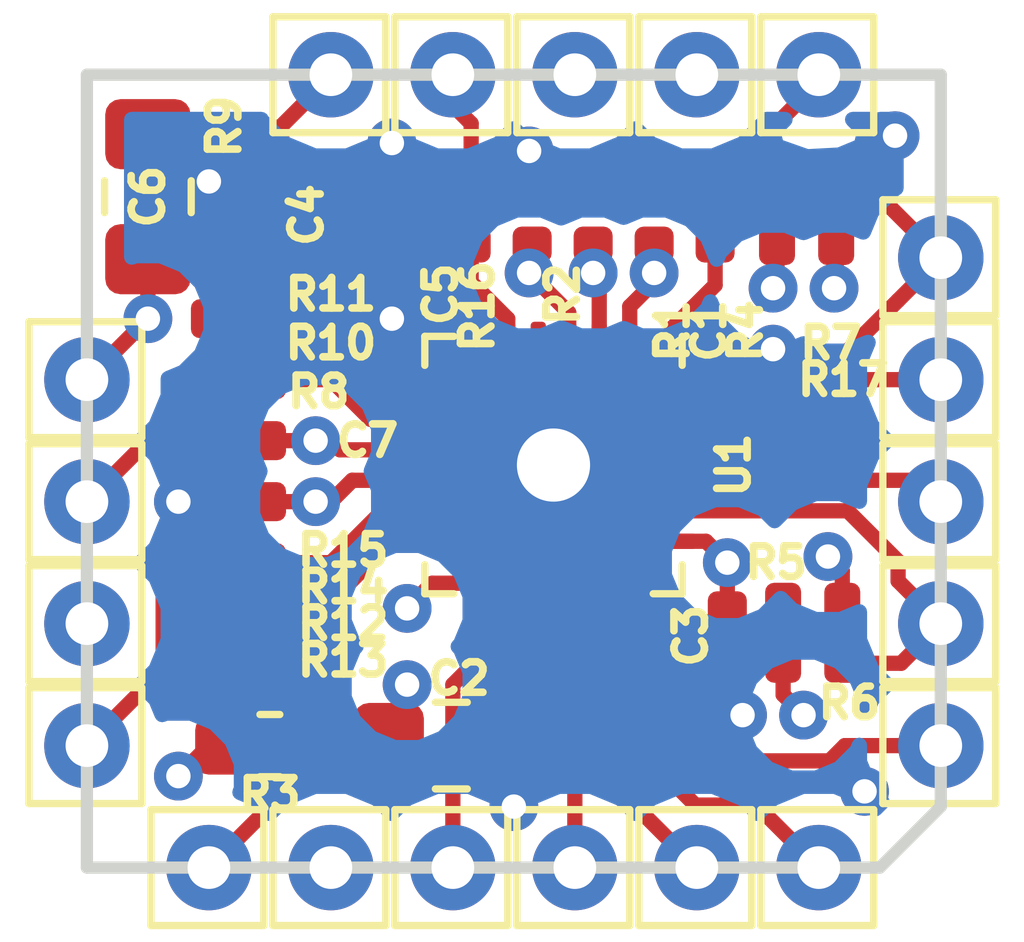
<source format=kicad_pcb>
(kicad_pcb (version 20171130) (host pcbnew 5.0.2-bee76a0~70~ubuntu18.04.1)

  (general
    (thickness 1.6)
    (drawings 5)
    (tracks 206)
    (zones 0)
    (modules 45)
    (nets 29)
  )

  (page A4)
  (layers
    (0 F.Cu signal)
    (1 In1.Cu signal)
    (2 In2.Cu signal)
    (31 B.Cu signal)
    (32 B.Adhes user)
    (33 F.Adhes user)
    (34 B.Paste user)
    (35 F.Paste user)
    (36 B.SilkS user)
    (37 F.SilkS user)
    (38 B.Mask user)
    (39 F.Mask user)
    (40 Dwgs.User user)
    (41 Cmts.User user)
    (42 Eco1.User user)
    (43 Eco2.User user)
    (44 Edge.Cuts user)
    (45 Margin user)
    (46 B.CrtYd user hide)
    (47 F.CrtYd user)
    (48 B.Fab user hide)
    (49 F.Fab user)
  )

  (setup
    (last_trace_width 0.15)
    (trace_clearance 0.15)
    (zone_clearance 0.508)
    (zone_45_only no)
    (trace_min 0.15)
    (segment_width 0.2)
    (edge_width 0.15)
    (via_size 0.6)
    (via_drill 0.35)
    (via_min_size 0.6)
    (via_min_drill 0.35)
    (uvia_size 0.3)
    (uvia_drill 0.1)
    (uvias_allowed no)
    (uvia_min_size 0.2)
    (uvia_min_drill 0.1)
    (pcb_text_width 0.3)
    (pcb_text_size 1.5 1.5)
    (mod_edge_width 0.15)
    (mod_text_size 1 1)
    (mod_text_width 0.15)
    (pad_size 1.4 1.4)
    (pad_drill 0.7)
    (pad_to_mask_clearance 0.051)
    (solder_mask_min_width 0.25)
    (aux_axis_origin 142.75 86)
    (grid_origin 142.75 86)
    (visible_elements FFFFFF7F)
    (pcbplotparams
      (layerselection 0x010fc_ffffffff)
      (usegerberextensions false)
      (usegerberattributes false)
      (usegerberadvancedattributes false)
      (creategerberjobfile false)
      (excludeedgelayer true)
      (linewidth 0.100000)
      (plotframeref false)
      (viasonmask false)
      (mode 1)
      (useauxorigin false)
      (hpglpennumber 1)
      (hpglpenspeed 20)
      (hpglpendiameter 15.000000)
      (psnegative false)
      (psa4output false)
      (plotreference true)
      (plotvalue true)
      (plotinvisibletext false)
      (padsonsilk false)
      (subtractmaskfromsilk false)
      (outputformat 1)
      (mirror false)
      (drillshape 1)
      (scaleselection 1)
      (outputdirectory ""))
  )

  (net 0 "")
  (net 1 +3.3VA)
  (net 2 GND)
  (net 3 +1V2)
  (net 4 +3V3)
  (net 5 "Net-(R8-Pad1)")
  (net 6 "Net-(R9-Pad1)")
  (net 7 "Net-(R14-Pad1)")
  (net 8 "Net-(R16-Pad1)")
  (net 9 "Net-(U1-Pad4)")
  (net 10 /TXP)
  (net 11 /TXN)
  (net 12 /RXP)
  (net 13 /RXN)
  (net 14 /LED2)
  (net 15 /LED1)
  (net 16 /RBIAS)
  (net 17 /RXD0)
  (net 18 /RXD1)
  (net 19 /CRS_DV)
  (net 20 /MDIO)
  (net 21 /RXER)
  (net 22 /XTAL1)
  (net 23 /TXDO)
  (net 24 /TXD1)
  (net 25 /TXEN)
  (net 26 /MDC)
  (net 27 /RST)
  (net 28 /INT)

  (net_class Default "This is the default net class."
    (clearance 0.15)
    (trace_width 0.15)
    (via_dia 0.6)
    (via_drill 0.35)
    (uvia_dia 0.3)
    (uvia_drill 0.1)
    (add_net +1V2)
    (add_net +3.3VA)
    (add_net +3V3)
    (add_net /CRS_DV)
    (add_net /INT)
    (add_net /LED1)
    (add_net /LED2)
    (add_net /MDC)
    (add_net /MDIO)
    (add_net /RBIAS)
    (add_net /RST)
    (add_net /RXD0)
    (add_net /RXD1)
    (add_net /RXER)
    (add_net /RXN)
    (add_net /RXP)
    (add_net /TXD1)
    (add_net /TXDO)
    (add_net /TXEN)
    (add_net /TXN)
    (add_net /TXP)
    (add_net /XTAL1)
    (add_net GND)
    (add_net "Net-(R14-Pad1)")
    (add_net "Net-(R16-Pad1)")
    (add_net "Net-(R8-Pad1)")
    (add_net "Net-(R9-Pad1)")
    (add_net "Net-(U1-Pad4)")
  )

  (module Capacitor_SMD:C_0402_1005Metric (layer F.Cu) (tedit 5C5EBE35) (tstamp 5BFC595F)
    (at 152.05 75.3 90)
    (descr "Capacitor SMD 0402 (1005 Metric), square (rectangular) end terminal, IPC_7351 nominal, (Body size source: http://www.tortai-tech.com/upload/download/2011102023233369053.pdf), generated with kicad-footprint-generator")
    (tags capacitor)
    (path /5BFC023B)
    (attr smd)
    (fp_text reference C1 (at -1.9 0.9 90) (layer F.SilkS)
      (effects (font (size 0.5 0.5) (thickness 0.125)))
    )
    (fp_text value 100n (at 0 1.17 90) (layer F.Fab) hide
      (effects (font (size 1 1) (thickness 0.15)))
    )
    (fp_line (start -0.5 0.25) (end -0.5 -0.25) (layer F.Fab) (width 0.1))
    (fp_line (start -0.5 -0.25) (end 0.5 -0.25) (layer F.Fab) (width 0.1))
    (fp_line (start 0.5 -0.25) (end 0.5 0.25) (layer F.Fab) (width 0.1))
    (fp_line (start 0.5 0.25) (end -0.5 0.25) (layer F.Fab) (width 0.1))
    (fp_line (start -0.93 0.47) (end -0.93 -0.47) (layer F.CrtYd) (width 0.05))
    (fp_line (start -0.93 -0.47) (end 0.93 -0.47) (layer F.CrtYd) (width 0.05))
    (fp_line (start 0.93 -0.47) (end 0.93 0.47) (layer F.CrtYd) (width 0.05))
    (fp_line (start 0.93 0.47) (end -0.93 0.47) (layer F.CrtYd) (width 0.05))
    (fp_text user %R (at 0 0 90) (layer F.Fab)
      (effects (font (size 0.25 0.25) (thickness 0.04)))
    )
    (pad 1 smd roundrect (at -0.485 0 90) (size 0.59 0.64) (layers F.Cu F.Paste F.Mask) (roundrect_rratio 0.25)
      (net 1 +3.3VA))
    (pad 2 smd roundrect (at 0.485 0 90) (size 0.59 0.64) (layers F.Cu F.Paste F.Mask) (roundrect_rratio 0.25)
      (net 2 GND))
    (model ${KISYS3DMOD}/Capacitor_SMD.3dshapes/C_0402_1005Metric.wrl
      (at (xyz 0 0 0))
      (scale (xyz 1 1 1))
      (rotate (xyz 0 0 0))
    )
  )

  (module Capacitor_SMD:C_0805_2012Metric_Pad1.15x1.40mm_HandSolder (layer F.Cu) (tedit 5C5EBDB5) (tstamp 5BFC5970)
    (at 148.725 84)
    (descr "Capacitor SMD 0805 (2012 Metric), square (rectangular) end terminal, IPC_7351 nominal with elongated pad for handsoldering. (Body size source: https://docs.google.com/spreadsheets/d/1BsfQQcO9C6DZCsRaXUlFlo91Tg2WpOkGARC1WS5S8t0/edit?usp=sharing), generated with kicad-footprint-generator")
    (tags "capacitor handsolder")
    (path /5BFC02BA)
    (attr smd)
    (fp_text reference C2 (at 0.125 -1.1) (layer F.SilkS)
      (effects (font (size 0.5 0.5) (thickness 0.125)))
    )
    (fp_text value 10u (at 0 1.65) (layer F.Fab)
      (effects (font (size 1 1) (thickness 0.15)))
    )
    (fp_text user %R (at 0.025 0) (layer F.Fab)
      (effects (font (size 0.5 0.5) (thickness 0.08)))
    )
    (fp_line (start 1.85 0.95) (end -1.85 0.95) (layer F.CrtYd) (width 0.05))
    (fp_line (start 1.85 -0.95) (end 1.85 0.95) (layer F.CrtYd) (width 0.05))
    (fp_line (start -1.85 -0.95) (end 1.85 -0.95) (layer F.CrtYd) (width 0.05))
    (fp_line (start -1.85 0.95) (end -1.85 -0.95) (layer F.CrtYd) (width 0.05))
    (fp_line (start -0.261252 0.71) (end 0.261252 0.71) (layer F.SilkS) (width 0.12))
    (fp_line (start -0.261252 -0.71) (end 0.261252 -0.71) (layer F.SilkS) (width 0.12))
    (fp_line (start 1 0.6) (end -1 0.6) (layer F.Fab) (width 0.1))
    (fp_line (start 1 -0.6) (end 1 0.6) (layer F.Fab) (width 0.1))
    (fp_line (start -1 -0.6) (end 1 -0.6) (layer F.Fab) (width 0.1))
    (fp_line (start -1 0.6) (end -1 -0.6) (layer F.Fab) (width 0.1))
    (pad 2 smd roundrect (at 1.025 0) (size 1.15 1.4) (layers F.Cu F.Paste F.Mask) (roundrect_rratio 0.217391)
      (net 2 GND))
    (pad 1 smd roundrect (at -1.025 0) (size 1.15 1.4) (layers F.Cu F.Paste F.Mask) (roundrect_rratio 0.217391)
      (net 1 +3.3VA))
    (model ${KISYS3DMOD}/Capacitor_SMD.3dshapes/C_0805_2012Metric.wrl
      (at (xyz 0 0 0))
      (scale (xyz 1 1 1))
      (rotate (xyz 0 0 0))
    )
  )

  (module Capacitor_SMD:C_0402_1005Metric (layer F.Cu) (tedit 5C5EBDC8) (tstamp 5BFC597F)
    (at 153.25 82.25 270)
    (descr "Capacitor SMD 0402 (1005 Metric), square (rectangular) end terminal, IPC_7351 nominal, (Body size source: http://www.tortai-tech.com/upload/download/2011102023233369053.pdf), generated with kicad-footprint-generator")
    (tags capacitor)
    (path /5BFC15F2)
    (attr smd)
    (fp_text reference C3 (at -0.05 0.6 270) (layer F.SilkS)
      (effects (font (size 0.5 0.5) (thickness 0.125)))
    )
    (fp_text value 100n (at 0 1.17 270) (layer F.Fab) hide
      (effects (font (size 1 1) (thickness 0.15)))
    )
    (fp_text user %R (at 0 0 270) (layer F.Fab)
      (effects (font (size 0.25 0.25) (thickness 0.04)))
    )
    (fp_line (start 0.93 0.47) (end -0.93 0.47) (layer F.CrtYd) (width 0.05))
    (fp_line (start 0.93 -0.47) (end 0.93 0.47) (layer F.CrtYd) (width 0.05))
    (fp_line (start -0.93 -0.47) (end 0.93 -0.47) (layer F.CrtYd) (width 0.05))
    (fp_line (start -0.93 0.47) (end -0.93 -0.47) (layer F.CrtYd) (width 0.05))
    (fp_line (start 0.5 0.25) (end -0.5 0.25) (layer F.Fab) (width 0.1))
    (fp_line (start 0.5 -0.25) (end 0.5 0.25) (layer F.Fab) (width 0.1))
    (fp_line (start -0.5 -0.25) (end 0.5 -0.25) (layer F.Fab) (width 0.1))
    (fp_line (start -0.5 0.25) (end -0.5 -0.25) (layer F.Fab) (width 0.1))
    (pad 2 smd roundrect (at 0.485 0 270) (size 0.59 0.64) (layers F.Cu F.Paste F.Mask) (roundrect_rratio 0.25)
      (net 2 GND))
    (pad 1 smd roundrect (at -0.485 0 270) (size 0.59 0.64) (layers F.Cu F.Paste F.Mask) (roundrect_rratio 0.25)
      (net 1 +3.3VA))
    (model ${KISYS3DMOD}/Capacitor_SMD.3dshapes/C_0402_1005Metric.wrl
      (at (xyz 0 0 0))
      (scale (xyz 1 1 1))
      (rotate (xyz 0 0 0))
    )
  )

  (module Capacitor_SMD:C_0402_1005Metric (layer F.Cu) (tedit 5C5EBC98) (tstamp 5BFC598E)
    (at 147.05 75.3 90)
    (descr "Capacitor SMD 0402 (1005 Metric), square (rectangular) end terminal, IPC_7351 nominal, (Body size source: http://www.tortai-tech.com/upload/download/2011102023233369053.pdf), generated with kicad-footprint-generator")
    (tags capacitor)
    (path /5BFCC959)
    (attr smd)
    (fp_text reference C4 (at 0 -0.7 90) (layer F.SilkS)
      (effects (font (size 0.5 0.5) (thickness 0.125)))
    )
    (fp_text value 470p (at 0 1.17 90) (layer F.Fab) hide
      (effects (font (size 1 1) (thickness 0.15)))
    )
    (fp_text user %R (at 0 0 90) (layer F.Fab)
      (effects (font (size 0.25 0.25) (thickness 0.04)))
    )
    (fp_line (start 0.93 0.47) (end -0.93 0.47) (layer F.CrtYd) (width 0.05))
    (fp_line (start 0.93 -0.47) (end 0.93 0.47) (layer F.CrtYd) (width 0.05))
    (fp_line (start -0.93 -0.47) (end 0.93 -0.47) (layer F.CrtYd) (width 0.05))
    (fp_line (start -0.93 0.47) (end -0.93 -0.47) (layer F.CrtYd) (width 0.05))
    (fp_line (start 0.5 0.25) (end -0.5 0.25) (layer F.Fab) (width 0.1))
    (fp_line (start 0.5 -0.25) (end 0.5 0.25) (layer F.Fab) (width 0.1))
    (fp_line (start -0.5 -0.25) (end 0.5 -0.25) (layer F.Fab) (width 0.1))
    (fp_line (start -0.5 0.25) (end -0.5 -0.25) (layer F.Fab) (width 0.1))
    (pad 2 smd roundrect (at 0.485 0 90) (size 0.59 0.64) (layers F.Cu F.Paste F.Mask) (roundrect_rratio 0.25)
      (net 2 GND))
    (pad 1 smd roundrect (at -0.485 0 90) (size 0.59 0.64) (layers F.Cu F.Paste F.Mask) (roundrect_rratio 0.25)
      (net 3 +1V2))
    (model ${KISYS3DMOD}/Capacitor_SMD.3dshapes/C_0402_1005Metric.wrl
      (at (xyz 0 0 0))
      (scale (xyz 1 1 1))
      (rotate (xyz 0 0 0))
    )
  )

  (module Capacitor_SMD:C_0402_1005Metric (layer F.Cu) (tedit 5C5EBCD6) (tstamp 5BFC599D)
    (at 148.05 75.3 90)
    (descr "Capacitor SMD 0402 (1005 Metric), square (rectangular) end terminal, IPC_7351 nominal, (Body size source: http://www.tortai-tech.com/upload/download/2011102023233369053.pdf), generated with kicad-footprint-generator")
    (tags capacitor)
    (path /5BFCB4D5)
    (attr smd)
    (fp_text reference C5 (at -1.3 0.5 90) (layer F.SilkS)
      (effects (font (size 0.5 0.5) (thickness 0.125)))
    )
    (fp_text value 100n (at 0 1.17 90) (layer F.Fab) hide
      (effects (font (size 1 1) (thickness 0.15)))
    )
    (fp_line (start -0.5 0.25) (end -0.5 -0.25) (layer F.Fab) (width 0.1))
    (fp_line (start -0.5 -0.25) (end 0.5 -0.25) (layer F.Fab) (width 0.1))
    (fp_line (start 0.5 -0.25) (end 0.5 0.25) (layer F.Fab) (width 0.1))
    (fp_line (start 0.5 0.25) (end -0.5 0.25) (layer F.Fab) (width 0.1))
    (fp_line (start -0.93 0.47) (end -0.93 -0.47) (layer F.CrtYd) (width 0.05))
    (fp_line (start -0.93 -0.47) (end 0.93 -0.47) (layer F.CrtYd) (width 0.05))
    (fp_line (start 0.93 -0.47) (end 0.93 0.47) (layer F.CrtYd) (width 0.05))
    (fp_line (start 0.93 0.47) (end -0.93 0.47) (layer F.CrtYd) (width 0.05))
    (fp_text user %R (at 0 0 90) (layer F.Fab)
      (effects (font (size 0.25 0.25) (thickness 0.04)))
    )
    (pad 1 smd roundrect (at -0.485 0 90) (size 0.59 0.64) (layers F.Cu F.Paste F.Mask) (roundrect_rratio 0.25)
      (net 3 +1V2))
    (pad 2 smd roundrect (at 0.485 0 90) (size 0.59 0.64) (layers F.Cu F.Paste F.Mask) (roundrect_rratio 0.25)
      (net 2 GND))
    (model ${KISYS3DMOD}/Capacitor_SMD.3dshapes/C_0402_1005Metric.wrl
      (at (xyz 0 0 0))
      (scale (xyz 1 1 1))
      (rotate (xyz 0 0 0))
    )
  )

  (module Capacitor_SMD:C_0805_2012Metric_Pad1.15x1.40mm_HandSolder (layer F.Cu) (tedit 5C5EBBD5) (tstamp 5BFC59AE)
    (at 143.75 75 90)
    (descr "Capacitor SMD 0805 (2012 Metric), square (rectangular) end terminal, IPC_7351 nominal with elongated pad for handsoldering. (Body size source: https://docs.google.com/spreadsheets/d/1BsfQQcO9C6DZCsRaXUlFlo91Tg2WpOkGARC1WS5S8t0/edit?usp=sharing), generated with kicad-footprint-generator")
    (tags "capacitor handsolder")
    (path /5BFD6D77)
    (attr smd)
    (fp_text reference C6 (at 0 0 90) (layer F.SilkS)
      (effects (font (size 0.5 0.5) (thickness 0.125)))
    )
    (fp_text value 10u (at 0 1.65 90) (layer F.Fab) hide
      (effects (font (size 1 1) (thickness 0.15)))
    )
    (fp_line (start -1 0.6) (end -1 -0.6) (layer F.Fab) (width 0.1))
    (fp_line (start -1 -0.6) (end 1 -0.6) (layer F.Fab) (width 0.1))
    (fp_line (start 1 -0.6) (end 1 0.6) (layer F.Fab) (width 0.1))
    (fp_line (start 1 0.6) (end -1 0.6) (layer F.Fab) (width 0.1))
    (fp_line (start -0.261252 -0.71) (end 0.261252 -0.71) (layer F.SilkS) (width 0.12))
    (fp_line (start -0.261252 0.71) (end 0.261252 0.71) (layer F.SilkS) (width 0.12))
    (fp_line (start -1.85 0.95) (end -1.85 -0.95) (layer F.CrtYd) (width 0.05))
    (fp_line (start -1.85 -0.95) (end 1.85 -0.95) (layer F.CrtYd) (width 0.05))
    (fp_line (start 1.85 -0.95) (end 1.85 0.95) (layer F.CrtYd) (width 0.05))
    (fp_line (start 1.85 0.95) (end -1.85 0.95) (layer F.CrtYd) (width 0.05))
    (fp_text user %R (at 0 0 90) (layer F.Fab)
      (effects (font (size 0.5 0.5) (thickness 0.08)))
    )
    (pad 1 smd roundrect (at -1.025 0 90) (size 1.15 1.4) (layers F.Cu F.Paste F.Mask) (roundrect_rratio 0.217391)
      (net 4 +3V3))
    (pad 2 smd roundrect (at 1.025 0 90) (size 1.15 1.4) (layers F.Cu F.Paste F.Mask) (roundrect_rratio 0.217391)
      (net 2 GND))
    (model ${KISYS3DMOD}/Capacitor_SMD.3dshapes/C_0805_2012Metric.wrl
      (at (xyz 0 0 0))
      (scale (xyz 1 1 1))
      (rotate (xyz 0 0 0))
    )
  )

  (module Capacitor_SMD:C_0402_1005Metric (layer F.Cu) (tedit 5C5EBD62) (tstamp 5BFC59BD)
    (at 145.235 79 180)
    (descr "Capacitor SMD 0402 (1005 Metric), square (rectangular) end terminal, IPC_7351 nominal, (Body size source: http://www.tortai-tech.com/upload/download/2011102023233369053.pdf), generated with kicad-footprint-generator")
    (tags capacitor)
    (path /5BFD6D70)
    (attr smd)
    (fp_text reference C7 (at -2.115 0 180) (layer F.SilkS)
      (effects (font (size 0.5 0.5) (thickness 0.125)))
    )
    (fp_text value 100n (at 0 1.17 180) (layer F.Fab) hide
      (effects (font (size 1 1) (thickness 0.15)))
    )
    (fp_line (start -0.5 0.25) (end -0.5 -0.25) (layer F.Fab) (width 0.1))
    (fp_line (start -0.5 -0.25) (end 0.5 -0.25) (layer F.Fab) (width 0.1))
    (fp_line (start 0.5 -0.25) (end 0.5 0.25) (layer F.Fab) (width 0.1))
    (fp_line (start 0.5 0.25) (end -0.5 0.25) (layer F.Fab) (width 0.1))
    (fp_line (start -0.93 0.47) (end -0.93 -0.47) (layer F.CrtYd) (width 0.05))
    (fp_line (start -0.93 -0.47) (end 0.93 -0.47) (layer F.CrtYd) (width 0.05))
    (fp_line (start 0.93 -0.47) (end 0.93 0.47) (layer F.CrtYd) (width 0.05))
    (fp_line (start 0.93 0.47) (end -0.93 0.47) (layer F.CrtYd) (width 0.05))
    (fp_text user %R (at 0 0 180) (layer F.Fab)
      (effects (font (size 0.25 0.25) (thickness 0.04)))
    )
    (pad 1 smd roundrect (at -0.485 0 180) (size 0.59 0.64) (layers F.Cu F.Paste F.Mask) (roundrect_rratio 0.25)
      (net 4 +3V3))
    (pad 2 smd roundrect (at 0.485 0 180) (size 0.59 0.64) (layers F.Cu F.Paste F.Mask) (roundrect_rratio 0.25)
      (net 2 GND))
    (model ${KISYS3DMOD}/Capacitor_SMD.3dshapes/C_0402_1005Metric.wrl
      (at (xyz 0 0 0))
      (scale (xyz 1 1 1))
      (rotate (xyz 0 0 0))
    )
  )

  (module Resistor_SMD:R_0402_1005Metric (layer F.Cu) (tedit 5C5EBE16) (tstamp 5BFC59CC)
    (at 151.05 75.3 90)
    (descr "Resistor SMD 0402 (1005 Metric), square (rectangular) end terminal, IPC_7351 nominal, (Body size source: http://www.tortai-tech.com/upload/download/2011102023233369053.pdf), generated with kicad-footprint-generator")
    (tags resistor)
    (path /5BFBF6BE)
    (attr smd)
    (fp_text reference R1 (at -1.9 1.3 90) (layer F.SilkS)
      (effects (font (size 0.5 0.5) (thickness 0.125)))
    )
    (fp_text value 10k (at 0 1.17 90) (layer F.Fab) hide
      (effects (font (size 1 1) (thickness 0.15)))
    )
    (fp_line (start -0.5 0.25) (end -0.5 -0.25) (layer F.Fab) (width 0.1))
    (fp_line (start -0.5 -0.25) (end 0.5 -0.25) (layer F.Fab) (width 0.1))
    (fp_line (start 0.5 -0.25) (end 0.5 0.25) (layer F.Fab) (width 0.1))
    (fp_line (start 0.5 0.25) (end -0.5 0.25) (layer F.Fab) (width 0.1))
    (fp_line (start -0.93 0.47) (end -0.93 -0.47) (layer F.CrtYd) (width 0.05))
    (fp_line (start -0.93 -0.47) (end 0.93 -0.47) (layer F.CrtYd) (width 0.05))
    (fp_line (start 0.93 -0.47) (end 0.93 0.47) (layer F.CrtYd) (width 0.05))
    (fp_line (start 0.93 0.47) (end -0.93 0.47) (layer F.CrtYd) (width 0.05))
    (fp_text user %R (at 0 0 90) (layer F.Fab)
      (effects (font (size 0.25 0.25) (thickness 0.04)))
    )
    (pad 1 smd roundrect (at -0.485 0 90) (size 0.59 0.64) (layers F.Cu F.Paste F.Mask) (roundrect_rratio 0.25)
      (net 14 /LED2))
    (pad 2 smd roundrect (at 0.485 0 90) (size 0.59 0.64) (layers F.Cu F.Paste F.Mask) (roundrect_rratio 0.25)
      (net 2 GND))
    (model ${KISYS3DMOD}/Resistor_SMD.3dshapes/R_0402_1005Metric.wrl
      (at (xyz 0 0 0))
      (scale (xyz 1 1 1))
      (rotate (xyz 0 0 0))
    )
  )

  (module Resistor_SMD:R_0402_1005Metric (layer F.Cu) (tedit 5C5EBDDC) (tstamp 5BFC59DB)
    (at 150.05 75.3 90)
    (descr "Resistor SMD 0402 (1005 Metric), square (rectangular) end terminal, IPC_7351 nominal, (Body size source: http://www.tortai-tech.com/upload/download/2011102023233369053.pdf), generated with kicad-footprint-generator")
    (tags resistor)
    (path /5BFBF7BC)
    (attr smd)
    (fp_text reference R2 (at -1.3 0.5 90) (layer F.SilkS)
      (effects (font (size 0.5 0.5) (thickness 0.125)))
    )
    (fp_text value 10k (at 0 1.17 90) (layer F.Fab)
      (effects (font (size 1 1) (thickness 0.15)))
    )
    (fp_line (start -0.5 0.25) (end -0.5 -0.25) (layer F.Fab) (width 0.1))
    (fp_line (start -0.5 -0.25) (end 0.5 -0.25) (layer F.Fab) (width 0.1))
    (fp_line (start 0.5 -0.25) (end 0.5 0.25) (layer F.Fab) (width 0.1))
    (fp_line (start 0.5 0.25) (end -0.5 0.25) (layer F.Fab) (width 0.1))
    (fp_line (start -0.93 0.47) (end -0.93 -0.47) (layer F.CrtYd) (width 0.05))
    (fp_line (start -0.93 -0.47) (end 0.93 -0.47) (layer F.CrtYd) (width 0.05))
    (fp_line (start 0.93 -0.47) (end 0.93 0.47) (layer F.CrtYd) (width 0.05))
    (fp_line (start 0.93 0.47) (end -0.93 0.47) (layer F.CrtYd) (width 0.05))
    (fp_text user %R (at 0 0 90) (layer F.Fab)
      (effects (font (size 0.25 0.25) (thickness 0.04)))
    )
    (pad 1 smd roundrect (at -0.485 0 90) (size 0.59 0.64) (layers F.Cu F.Paste F.Mask) (roundrect_rratio 0.25)
      (net 15 /LED1))
    (pad 2 smd roundrect (at 0.485 0 90) (size 0.59 0.64) (layers F.Cu F.Paste F.Mask) (roundrect_rratio 0.25)
      (net 2 GND))
    (model ${KISYS3DMOD}/Resistor_SMD.3dshapes/R_0402_1005Metric.wrl
      (at (xyz 0 0 0))
      (scale (xyz 1 1 1))
      (rotate (xyz 0 0 0))
    )
  )

  (module Resistor_SMD:R_0603_1608Metric (layer F.Cu) (tedit 5C5EBD8B) (tstamp 5BFC59EC)
    (at 145.75 84)
    (descr "Resistor SMD 0603 (1608 Metric), square (rectangular) end terminal, IPC_7351 nominal, (Body size source: http://www.tortai-tech.com/upload/download/2011102023233369053.pdf), generated with kicad-footprint-generator")
    (tags resistor)
    (path /5BFC0572)
    (attr smd)
    (fp_text reference R3 (at 0 0.8) (layer F.SilkS)
      (effects (font (size 0.5 0.5) (thickness 0.125)))
    )
    (fp_text value FERRIT (at 0 1.43) (layer F.Fab)
      (effects (font (size 1 1) (thickness 0.15)))
    )
    (fp_line (start -0.8 0.4) (end -0.8 -0.4) (layer F.Fab) (width 0.1))
    (fp_line (start -0.8 -0.4) (end 0.8 -0.4) (layer F.Fab) (width 0.1))
    (fp_line (start 0.8 -0.4) (end 0.8 0.4) (layer F.Fab) (width 0.1))
    (fp_line (start 0.8 0.4) (end -0.8 0.4) (layer F.Fab) (width 0.1))
    (fp_line (start -0.162779 -0.51) (end 0.162779 -0.51) (layer F.SilkS) (width 0.12))
    (fp_line (start -0.162779 0.51) (end 0.162779 0.51) (layer F.SilkS) (width 0.12))
    (fp_line (start -1.48 0.73) (end -1.48 -0.73) (layer F.CrtYd) (width 0.05))
    (fp_line (start -1.48 -0.73) (end 1.48 -0.73) (layer F.CrtYd) (width 0.05))
    (fp_line (start 1.48 -0.73) (end 1.48 0.73) (layer F.CrtYd) (width 0.05))
    (fp_line (start 1.48 0.73) (end -1.48 0.73) (layer F.CrtYd) (width 0.05))
    (fp_text user %R (at 0 0) (layer F.Fab)
      (effects (font (size 0.4 0.4) (thickness 0.06)))
    )
    (pad 1 smd roundrect (at -0.7875 0) (size 0.875 0.95) (layers F.Cu F.Paste F.Mask) (roundrect_rratio 0.25)
      (net 4 +3V3))
    (pad 2 smd roundrect (at 0.7875 0) (size 0.875 0.95) (layers F.Cu F.Paste F.Mask) (roundrect_rratio 0.25)
      (net 1 +3.3VA))
    (model ${KISYS3DMOD}/Resistor_SMD.3dshapes/R_0603_1608Metric.wrl
      (at (xyz 0 0 0))
      (scale (xyz 1 1 1))
      (rotate (xyz 0 0 0))
    )
  )

  (module Resistor_SMD:R_0402_1005Metric (layer F.Cu) (tedit 5C5EBE46) (tstamp 5BFC59FB)
    (at 153.05 75.3 270)
    (descr "Resistor SMD 0402 (1005 Metric), square (rectangular) end terminal, IPC_7351 nominal, (Body size source: http://www.tortai-tech.com/upload/download/2011102023233369053.pdf), generated with kicad-footprint-generator")
    (tags resistor)
    (path /5BFC08B4)
    (attr smd)
    (fp_text reference R4 (at 1.9 -0.5 270) (layer F.SilkS)
      (effects (font (size 0.5 0.5) (thickness 0.125)))
    )
    (fp_text value 12k1 (at 0 1.17 270) (layer F.Fab) hide
      (effects (font (size 1 1) (thickness 0.15)))
    )
    (fp_line (start -0.5 0.25) (end -0.5 -0.25) (layer F.Fab) (width 0.1))
    (fp_line (start -0.5 -0.25) (end 0.5 -0.25) (layer F.Fab) (width 0.1))
    (fp_line (start 0.5 -0.25) (end 0.5 0.25) (layer F.Fab) (width 0.1))
    (fp_line (start 0.5 0.25) (end -0.5 0.25) (layer F.Fab) (width 0.1))
    (fp_line (start -0.93 0.47) (end -0.93 -0.47) (layer F.CrtYd) (width 0.05))
    (fp_line (start -0.93 -0.47) (end 0.93 -0.47) (layer F.CrtYd) (width 0.05))
    (fp_line (start 0.93 -0.47) (end 0.93 0.47) (layer F.CrtYd) (width 0.05))
    (fp_line (start 0.93 0.47) (end -0.93 0.47) (layer F.CrtYd) (width 0.05))
    (fp_text user %R (at 0 0 270) (layer F.Fab)
      (effects (font (size 0.25 0.25) (thickness 0.04)))
    )
    (pad 1 smd roundrect (at -0.485 0 270) (size 0.59 0.64) (layers F.Cu F.Paste F.Mask) (roundrect_rratio 0.25)
      (net 2 GND))
    (pad 2 smd roundrect (at 0.485 0 270) (size 0.59 0.64) (layers F.Cu F.Paste F.Mask) (roundrect_rratio 0.25)
      (net 16 /RBIAS))
    (model ${KISYS3DMOD}/Resistor_SMD.3dshapes/R_0402_1005Metric.wrl
      (at (xyz 0 0 0))
      (scale (xyz 1 1 1))
      (rotate (xyz 0 0 0))
    )
  )

  (module Resistor_SMD:R_0402_1005Metric (layer F.Cu) (tedit 5C5EBDC4) (tstamp 5BFC5A0A)
    (at 154.65 81.65)
    (descr "Resistor SMD 0402 (1005 Metric), square (rectangular) end terminal, IPC_7351 nominal, (Body size source: http://www.tortai-tech.com/upload/download/2011102023233369053.pdf), generated with kicad-footprint-generator")
    (tags resistor)
    (path /5BFC40E7)
    (attr smd)
    (fp_text reference R5 (at -0.6 -0.65) (layer F.SilkS)
      (effects (font (size 0.5 0.5) (thickness 0.125)))
    )
    (fp_text value 50 (at 0 1.17) (layer F.Fab) hide
      (effects (font (size 1 1) (thickness 0.15)))
    )
    (fp_text user %R (at 0 0.05) (layer F.Fab)
      (effects (font (size 0.25 0.25) (thickness 0.04)))
    )
    (fp_line (start 0.93 0.47) (end -0.93 0.47) (layer F.CrtYd) (width 0.05))
    (fp_line (start 0.93 -0.47) (end 0.93 0.47) (layer F.CrtYd) (width 0.05))
    (fp_line (start -0.93 -0.47) (end 0.93 -0.47) (layer F.CrtYd) (width 0.05))
    (fp_line (start -0.93 0.47) (end -0.93 -0.47) (layer F.CrtYd) (width 0.05))
    (fp_line (start 0.5 0.25) (end -0.5 0.25) (layer F.Fab) (width 0.1))
    (fp_line (start 0.5 -0.25) (end 0.5 0.25) (layer F.Fab) (width 0.1))
    (fp_line (start -0.5 -0.25) (end 0.5 -0.25) (layer F.Fab) (width 0.1))
    (fp_line (start -0.5 0.25) (end -0.5 -0.25) (layer F.Fab) (width 0.1))
    (pad 2 smd roundrect (at 0.485 0) (size 0.59 0.64) (layers F.Cu F.Paste F.Mask) (roundrect_rratio 0.25)
      (net 10 /TXP))
    (pad 1 smd roundrect (at -0.485 0) (size 0.59 0.64) (layers F.Cu F.Paste F.Mask) (roundrect_rratio 0.25)
      (net 4 +3V3))
    (model ${KISYS3DMOD}/Resistor_SMD.3dshapes/R_0402_1005Metric.wrl
      (at (xyz 0 0 0))
      (scale (xyz 1 1 1))
      (rotate (xyz 0 0 0))
    )
  )

  (module Resistor_SMD:R_0402_1005Metric (layer F.Cu) (tedit 5C5EBDC0) (tstamp 5BFC5A19)
    (at 154.65 82.65)
    (descr "Resistor SMD 0402 (1005 Metric), square (rectangular) end terminal, IPC_7351 nominal, (Body size source: http://www.tortai-tech.com/upload/download/2011102023233369053.pdf), generated with kicad-footprint-generator")
    (tags resistor)
    (path /5BFC49FC)
    (attr smd)
    (fp_text reference R6 (at 0.6 0.65) (layer F.SilkS)
      (effects (font (size 0.5 0.5) (thickness 0.125)))
    )
    (fp_text value 50 (at 0 1.17) (layer F.Fab) hide
      (effects (font (size 1 1) (thickness 0.15)))
    )
    (fp_line (start -0.5 0.25) (end -0.5 -0.25) (layer F.Fab) (width 0.1))
    (fp_line (start -0.5 -0.25) (end 0.5 -0.25) (layer F.Fab) (width 0.1))
    (fp_line (start 0.5 -0.25) (end 0.5 0.25) (layer F.Fab) (width 0.1))
    (fp_line (start 0.5 0.25) (end -0.5 0.25) (layer F.Fab) (width 0.1))
    (fp_line (start -0.93 0.47) (end -0.93 -0.47) (layer F.CrtYd) (width 0.05))
    (fp_line (start -0.93 -0.47) (end 0.93 -0.47) (layer F.CrtYd) (width 0.05))
    (fp_line (start 0.93 -0.47) (end 0.93 0.47) (layer F.CrtYd) (width 0.05))
    (fp_line (start 0.93 0.47) (end -0.93 0.47) (layer F.CrtYd) (width 0.05))
    (fp_text user %R (at 0 0.05) (layer F.Fab)
      (effects (font (size 0.25 0.25) (thickness 0.04)))
    )
    (pad 1 smd roundrect (at -0.485 0) (size 0.59 0.64) (layers F.Cu F.Paste F.Mask) (roundrect_rratio 0.25)
      (net 4 +3V3))
    (pad 2 smd roundrect (at 0.485 0) (size 0.59 0.64) (layers F.Cu F.Paste F.Mask) (roundrect_rratio 0.25)
      (net 11 /TXN))
    (model ${KISYS3DMOD}/Resistor_SMD.3dshapes/R_0402_1005Metric.wrl
      (at (xyz 0 0 0))
      (scale (xyz 1 1 1))
      (rotate (xyz 0 0 0))
    )
  )

  (module Resistor_SMD:R_0402_1005Metric (layer F.Cu) (tedit 5C5EBE5C) (tstamp 5BFC5A28)
    (at 154.55 74.8)
    (descr "Resistor SMD 0402 (1005 Metric), square (rectangular) end terminal, IPC_7351 nominal, (Body size source: http://www.tortai-tech.com/upload/download/2011102023233369053.pdf), generated with kicad-footprint-generator")
    (tags resistor)
    (path /5BFC4BB1)
    (attr smd)
    (fp_text reference R7 (at 0.4 2.6) (layer F.SilkS)
      (effects (font (size 0.5 0.5) (thickness 0.125)))
    )
    (fp_text value 50 (at 0 1.17) (layer F.Fab)
      (effects (font (size 1 1) (thickness 0.15)))
    )
    (fp_text user %R (at 0 0) (layer F.Fab)
      (effects (font (size 0.25 0.25) (thickness 0.04)))
    )
    (fp_line (start 0.93 0.47) (end -0.93 0.47) (layer F.CrtYd) (width 0.05))
    (fp_line (start 0.93 -0.47) (end 0.93 0.47) (layer F.CrtYd) (width 0.05))
    (fp_line (start -0.93 -0.47) (end 0.93 -0.47) (layer F.CrtYd) (width 0.05))
    (fp_line (start -0.93 0.47) (end -0.93 -0.47) (layer F.CrtYd) (width 0.05))
    (fp_line (start 0.5 0.25) (end -0.5 0.25) (layer F.Fab) (width 0.1))
    (fp_line (start 0.5 -0.25) (end 0.5 0.25) (layer F.Fab) (width 0.1))
    (fp_line (start -0.5 -0.25) (end 0.5 -0.25) (layer F.Fab) (width 0.1))
    (fp_line (start -0.5 0.25) (end -0.5 -0.25) (layer F.Fab) (width 0.1))
    (pad 2 smd roundrect (at 0.485 0) (size 0.59 0.64) (layers F.Cu F.Paste F.Mask) (roundrect_rratio 0.25)
      (net 12 /RXP))
    (pad 1 smd roundrect (at -0.485 0) (size 0.59 0.64) (layers F.Cu F.Paste F.Mask) (roundrect_rratio 0.25)
      (net 4 +3V3))
    (model ${KISYS3DMOD}/Resistor_SMD.3dshapes/R_0402_1005Metric.wrl
      (at (xyz 0 0 0))
      (scale (xyz 1 1 1))
      (rotate (xyz 0 0 0))
    )
  )

  (module Resistor_SMD:R_0402_1005Metric (layer F.Cu) (tedit 5C5EBC2F) (tstamp 5BFC5A37)
    (at 145.235 78)
    (descr "Resistor SMD 0402 (1005 Metric), square (rectangular) end terminal, IPC_7351 nominal, (Body size source: http://www.tortai-tech.com/upload/download/2011102023233369053.pdf), generated with kicad-footprint-generator")
    (tags resistor)
    (path /5BFF35C6)
    (attr smd)
    (fp_text reference R8 (at 1.315 0.2) (layer F.SilkS)
      (effects (font (size 0.5 0.5) (thickness 0.125)))
    )
    (fp_text value 33 (at 0 1.17) (layer F.Fab) hide
      (effects (font (size 1 1) (thickness 0.15)))
    )
    (fp_line (start -0.5 0.25) (end -0.5 -0.25) (layer F.Fab) (width 0.1))
    (fp_line (start -0.5 -0.25) (end 0.5 -0.25) (layer F.Fab) (width 0.1))
    (fp_line (start 0.5 -0.25) (end 0.5 0.25) (layer F.Fab) (width 0.1))
    (fp_line (start 0.5 0.25) (end -0.5 0.25) (layer F.Fab) (width 0.1))
    (fp_line (start -0.93 0.47) (end -0.93 -0.47) (layer F.CrtYd) (width 0.05))
    (fp_line (start -0.93 -0.47) (end 0.93 -0.47) (layer F.CrtYd) (width 0.05))
    (fp_line (start 0.93 -0.47) (end 0.93 0.47) (layer F.CrtYd) (width 0.05))
    (fp_line (start 0.93 0.47) (end -0.93 0.47) (layer F.CrtYd) (width 0.05))
    (fp_text user %R (at 0 0) (layer F.Fab)
      (effects (font (size 0.25 0.25) (thickness 0.04)))
    )
    (pad 1 smd roundrect (at -0.485 0) (size 0.59 0.64) (layers F.Cu F.Paste F.Mask) (roundrect_rratio 0.25)
      (net 5 "Net-(R8-Pad1)"))
    (pad 2 smd roundrect (at 0.485 0) (size 0.59 0.64) (layers F.Cu F.Paste F.Mask) (roundrect_rratio 0.25)
      (net 17 /RXD0))
    (model ${KISYS3DMOD}/Resistor_SMD.3dshapes/R_0402_1005Metric.wrl
      (at (xyz 0 0 0))
      (scale (xyz 1 1 1))
      (rotate (xyz 0 0 0))
    )
  )

  (module Resistor_SMD:R_0402_1005Metric (layer F.Cu) (tedit 5C5EBCB5) (tstamp 5BFC5A46)
    (at 145.75 74.515 270)
    (descr "Resistor SMD 0402 (1005 Metric), square (rectangular) end terminal, IPC_7351 nominal, (Body size source: http://www.tortai-tech.com/upload/download/2011102023233369053.pdf), generated with kicad-footprint-generator")
    (tags resistor)
    (path /5BFF853A)
    (attr smd)
    (fp_text reference R9 (at -0.665 0.75 270) (layer F.SilkS)
      (effects (font (size 0.5 0.5) (thickness 0.125)))
    )
    (fp_text value 33 (at 0 1.17 270) (layer F.Fab) hide
      (effects (font (size 1 1) (thickness 0.15)))
    )
    (fp_line (start -0.5 0.25) (end -0.5 -0.25) (layer F.Fab) (width 0.1))
    (fp_line (start -0.5 -0.25) (end 0.5 -0.25) (layer F.Fab) (width 0.1))
    (fp_line (start 0.5 -0.25) (end 0.5 0.25) (layer F.Fab) (width 0.1))
    (fp_line (start 0.5 0.25) (end -0.5 0.25) (layer F.Fab) (width 0.1))
    (fp_line (start -0.93 0.47) (end -0.93 -0.47) (layer F.CrtYd) (width 0.05))
    (fp_line (start -0.93 -0.47) (end 0.93 -0.47) (layer F.CrtYd) (width 0.05))
    (fp_line (start 0.93 -0.47) (end 0.93 0.47) (layer F.CrtYd) (width 0.05))
    (fp_line (start 0.93 0.47) (end -0.93 0.47) (layer F.CrtYd) (width 0.05))
    (fp_text user %R (at 0 0 270) (layer F.Fab)
      (effects (font (size 0.25 0.25) (thickness 0.04)))
    )
    (pad 1 smd roundrect (at -0.485 0 270) (size 0.59 0.64) (layers F.Cu F.Paste F.Mask) (roundrect_rratio 0.25)
      (net 6 "Net-(R9-Pad1)"))
    (pad 2 smd roundrect (at 0.485 0 270) (size 0.59 0.64) (layers F.Cu F.Paste F.Mask) (roundrect_rratio 0.25)
      (net 18 /RXD1))
    (model ${KISYS3DMOD}/Resistor_SMD.3dshapes/R_0402_1005Metric.wrl
      (at (xyz 0 0 0))
      (scale (xyz 1 1 1))
      (rotate (xyz 0 0 0))
    )
  )

  (module Resistor_SMD:R_0402_1005Metric (layer F.Cu) (tedit 5C5EBC1C) (tstamp 5BFC5A55)
    (at 145.235 77)
    (descr "Resistor SMD 0402 (1005 Metric), square (rectangular) end terminal, IPC_7351 nominal, (Body size source: http://www.tortai-tech.com/upload/download/2011102023233369053.pdf), generated with kicad-footprint-generator")
    (tags resistor)
    (path /5BFFCB57)
    (attr smd)
    (fp_text reference R10 (at 1.515 0.4) (layer F.SilkS)
      (effects (font (size 0.5 0.5) (thickness 0.125)))
    )
    (fp_text value 4k7 (at 0 0) (layer F.Fab) hide
      (effects (font (size 1 1) (thickness 0.15)))
    )
    (fp_text user %R (at 0 0) (layer F.Fab)
      (effects (font (size 0.25 0.25) (thickness 0.04)))
    )
    (fp_line (start 0.93 0.47) (end -0.93 0.47) (layer F.CrtYd) (width 0.05))
    (fp_line (start 0.93 -0.47) (end 0.93 0.47) (layer F.CrtYd) (width 0.05))
    (fp_line (start -0.93 -0.47) (end 0.93 -0.47) (layer F.CrtYd) (width 0.05))
    (fp_line (start -0.93 0.47) (end -0.93 -0.47) (layer F.CrtYd) (width 0.05))
    (fp_line (start 0.5 0.25) (end -0.5 0.25) (layer F.Fab) (width 0.1))
    (fp_line (start 0.5 -0.25) (end 0.5 0.25) (layer F.Fab) (width 0.1))
    (fp_line (start -0.5 -0.25) (end 0.5 -0.25) (layer F.Fab) (width 0.1))
    (fp_line (start -0.5 0.25) (end -0.5 -0.25) (layer F.Fab) (width 0.1))
    (pad 2 smd roundrect (at 0.485 0) (size 0.59 0.64) (layers F.Cu F.Paste F.Mask) (roundrect_rratio 0.25)
      (net 17 /RXD0))
    (pad 1 smd roundrect (at -0.485 0) (size 0.59 0.64) (layers F.Cu F.Paste F.Mask) (roundrect_rratio 0.25)
      (net 4 +3V3))
    (model ${KISYS3DMOD}/Resistor_SMD.3dshapes/R_0402_1005Metric.wrl
      (at (xyz 0 0 0))
      (scale (xyz 1 1 1))
      (rotate (xyz 0 0 0))
    )
  )

  (module Resistor_SMD:R_0402_1005Metric (layer F.Cu) (tedit 5C5EBC02) (tstamp 5BFC5A64)
    (at 145.235 76)
    (descr "Resistor SMD 0402 (1005 Metric), square (rectangular) end terminal, IPC_7351 nominal, (Body size source: http://www.tortai-tech.com/upload/download/2011102023233369053.pdf), generated with kicad-footprint-generator")
    (tags resistor)
    (path /5C0089D0)
    (attr smd)
    (fp_text reference R11 (at 1.515 0.6) (layer F.SilkS)
      (effects (font (size 0.5 0.5) (thickness 0.125)))
    )
    (fp_text value 4k7 (at 0 1.17) (layer F.Fab) hide
      (effects (font (size 1 1) (thickness 0.15)))
    )
    (fp_line (start -0.5 0.25) (end -0.5 -0.25) (layer F.Fab) (width 0.1))
    (fp_line (start -0.5 -0.25) (end 0.5 -0.25) (layer F.Fab) (width 0.1))
    (fp_line (start 0.5 -0.25) (end 0.5 0.25) (layer F.Fab) (width 0.1))
    (fp_line (start 0.5 0.25) (end -0.5 0.25) (layer F.Fab) (width 0.1))
    (fp_line (start -0.93 0.47) (end -0.93 -0.47) (layer F.CrtYd) (width 0.05))
    (fp_line (start -0.93 -0.47) (end 0.93 -0.47) (layer F.CrtYd) (width 0.05))
    (fp_line (start 0.93 -0.47) (end 0.93 0.47) (layer F.CrtYd) (width 0.05))
    (fp_line (start 0.93 0.47) (end -0.93 0.47) (layer F.CrtYd) (width 0.05))
    (fp_text user %R (at 0 0) (layer F.Fab)
      (effects (font (size 0.25 0.25) (thickness 0.04)))
    )
    (pad 1 smd roundrect (at -0.485 0) (size 0.59 0.64) (layers F.Cu F.Paste F.Mask) (roundrect_rratio 0.25)
      (net 4 +3V3))
    (pad 2 smd roundrect (at 0.485 0) (size 0.59 0.64) (layers F.Cu F.Paste F.Mask) (roundrect_rratio 0.25)
      (net 18 /RXD1))
    (model ${KISYS3DMOD}/Resistor_SMD.3dshapes/R_0402_1005Metric.wrl
      (at (xyz 0 0 0))
      (scale (xyz 1 1 1))
      (rotate (xyz 0 0 0))
    )
  )

  (module Resistor_SMD:R_0402_1005Metric (layer F.Cu) (tedit 5C5EBD45) (tstamp 5BFC5A73)
    (at 145.265 82)
    (descr "Resistor SMD 0402 (1005 Metric), square (rectangular) end terminal, IPC_7351 nominal, (Body size source: http://www.tortai-tech.com/upload/download/2011102023233369053.pdf), generated with kicad-footprint-generator")
    (tags resistor)
    (path /5C028336)
    (attr smd)
    (fp_text reference R12 (at 1.685 0) (layer F.SilkS)
      (effects (font (size 0.5 0.5) (thickness 0.125)))
    )
    (fp_text value 4k7 (at 0 1.17) (layer F.Fab) hide
      (effects (font (size 1 1) (thickness 0.15)))
    )
    (fp_line (start -0.5 0.25) (end -0.5 -0.25) (layer F.Fab) (width 0.1))
    (fp_line (start -0.5 -0.25) (end 0.5 -0.25) (layer F.Fab) (width 0.1))
    (fp_line (start 0.5 -0.25) (end 0.5 0.25) (layer F.Fab) (width 0.1))
    (fp_line (start 0.5 0.25) (end -0.5 0.25) (layer F.Fab) (width 0.1))
    (fp_line (start -0.93 0.47) (end -0.93 -0.47) (layer F.CrtYd) (width 0.05))
    (fp_line (start -0.93 -0.47) (end 0.93 -0.47) (layer F.CrtYd) (width 0.05))
    (fp_line (start 0.93 -0.47) (end 0.93 0.47) (layer F.CrtYd) (width 0.05))
    (fp_line (start 0.93 0.47) (end -0.93 0.47) (layer F.CrtYd) (width 0.05))
    (fp_text user %R (at 0 0) (layer F.Fab)
      (effects (font (size 0.25 0.25) (thickness 0.04)))
    )
    (pad 1 smd roundrect (at -0.485 0) (size 0.59 0.64) (layers F.Cu F.Paste F.Mask) (roundrect_rratio 0.25)
      (net 4 +3V3))
    (pad 2 smd roundrect (at 0.485 0) (size 0.59 0.64) (layers F.Cu F.Paste F.Mask) (roundrect_rratio 0.25)
      (net 19 /CRS_DV))
    (model ${KISYS3DMOD}/Resistor_SMD.3dshapes/R_0402_1005Metric.wrl
      (at (xyz 0 0 0))
      (scale (xyz 1 1 1))
      (rotate (xyz 0 0 0))
    )
  )

  (module Resistor_SMD:R_0402_1005Metric (layer F.Cu) (tedit 5C5EBDA8) (tstamp 5BFC5A82)
    (at 145.235 83)
    (descr "Resistor SMD 0402 (1005 Metric), square (rectangular) end terminal, IPC_7351 nominal, (Body size source: http://www.tortai-tech.com/upload/download/2011102023233369053.pdf), generated with kicad-footprint-generator")
    (tags resistor)
    (path /5C02FF87)
    (attr smd)
    (fp_text reference R13 (at 1.715 -0.4) (layer F.SilkS)
      (effects (font (size 0.5 0.5) (thickness 0.125)))
    )
    (fp_text value 4k7 (at 0 1.17) (layer F.Fab) hide
      (effects (font (size 1 1) (thickness 0.15)))
    )
    (fp_text user %R (at 0 0) (layer F.Fab)
      (effects (font (size 0.25 0.25) (thickness 0.04)))
    )
    (fp_line (start 0.93 0.47) (end -0.93 0.47) (layer F.CrtYd) (width 0.05))
    (fp_line (start 0.93 -0.47) (end 0.93 0.47) (layer F.CrtYd) (width 0.05))
    (fp_line (start -0.93 -0.47) (end 0.93 -0.47) (layer F.CrtYd) (width 0.05))
    (fp_line (start -0.93 0.47) (end -0.93 -0.47) (layer F.CrtYd) (width 0.05))
    (fp_line (start 0.5 0.25) (end -0.5 0.25) (layer F.Fab) (width 0.1))
    (fp_line (start 0.5 -0.25) (end 0.5 0.25) (layer F.Fab) (width 0.1))
    (fp_line (start -0.5 -0.25) (end 0.5 -0.25) (layer F.Fab) (width 0.1))
    (fp_line (start -0.5 0.25) (end -0.5 -0.25) (layer F.Fab) (width 0.1))
    (pad 2 smd roundrect (at 0.485 0) (size 0.59 0.64) (layers F.Cu F.Paste F.Mask) (roundrect_rratio 0.25)
      (net 20 /MDIO))
    (pad 1 smd roundrect (at -0.485 0) (size 0.59 0.64) (layers F.Cu F.Paste F.Mask) (roundrect_rratio 0.25)
      (net 4 +3V3))
    (model ${KISYS3DMOD}/Resistor_SMD.3dshapes/R_0402_1005Metric.wrl
      (at (xyz 0 0 0))
      (scale (xyz 1 1 1))
      (rotate (xyz 0 0 0))
    )
  )

  (module Resistor_SMD:R_0402_1005Metric (layer F.Cu) (tedit 5C5EBD79) (tstamp 5BFC5A91)
    (at 145.235 81)
    (descr "Resistor SMD 0402 (1005 Metric), square (rectangular) end terminal, IPC_7351 nominal, (Body size source: http://www.tortai-tech.com/upload/download/2011102023233369053.pdf), generated with kicad-footprint-generator")
    (tags resistor)
    (path /5C019422)
    (attr smd)
    (fp_text reference R14 (at 1.715 0.4) (layer F.SilkS)
      (effects (font (size 0.5 0.5) (thickness 0.125)))
    )
    (fp_text value 33 (at 0 1.17) (layer F.Fab)
      (effects (font (size 1 1) (thickness 0.15)))
    )
    (fp_text user %R (at 0 0) (layer F.Fab)
      (effects (font (size 0.25 0.25) (thickness 0.04)))
    )
    (fp_line (start 0.93 0.47) (end -0.93 0.47) (layer F.CrtYd) (width 0.05))
    (fp_line (start 0.93 -0.47) (end 0.93 0.47) (layer F.CrtYd) (width 0.05))
    (fp_line (start -0.93 -0.47) (end 0.93 -0.47) (layer F.CrtYd) (width 0.05))
    (fp_line (start -0.93 0.47) (end -0.93 -0.47) (layer F.CrtYd) (width 0.05))
    (fp_line (start 0.5 0.25) (end -0.5 0.25) (layer F.Fab) (width 0.1))
    (fp_line (start 0.5 -0.25) (end 0.5 0.25) (layer F.Fab) (width 0.1))
    (fp_line (start -0.5 -0.25) (end 0.5 -0.25) (layer F.Fab) (width 0.1))
    (fp_line (start -0.5 0.25) (end -0.5 -0.25) (layer F.Fab) (width 0.1))
    (pad 2 smd roundrect (at 0.485 0) (size 0.59 0.64) (layers F.Cu F.Paste F.Mask) (roundrect_rratio 0.25)
      (net 19 /CRS_DV))
    (pad 1 smd roundrect (at -0.485 0) (size 0.59 0.64) (layers F.Cu F.Paste F.Mask) (roundrect_rratio 0.25)
      (net 7 "Net-(R14-Pad1)"))
    (model ${KISYS3DMOD}/Resistor_SMD.3dshapes/R_0402_1005Metric.wrl
      (at (xyz 0 0 0))
      (scale (xyz 1 1 1))
      (rotate (xyz 0 0 0))
    )
  )

  (module Resistor_SMD:R_0402_1005Metric (layer F.Cu) (tedit 5C5EBD2E) (tstamp 5BFC5AA0)
    (at 145.235 80 180)
    (descr "Resistor SMD 0402 (1005 Metric), square (rectangular) end terminal, IPC_7351 nominal, (Body size source: http://www.tortai-tech.com/upload/download/2011102023233369053.pdf), generated with kicad-footprint-generator")
    (tags resistor)
    (path /5C010868)
    (attr smd)
    (fp_text reference R15 (at -1.715 -0.8 180) (layer F.SilkS)
      (effects (font (size 0.5 0.5) (thickness 0.125)))
    )
    (fp_text value 4k7 (at 0 1.17 180) (layer F.Fab) hide
      (effects (font (size 1 1) (thickness 0.15)))
    )
    (fp_text user %R (at 0 0 180) (layer F.Fab)
      (effects (font (size 0.25 0.25) (thickness 0.04)))
    )
    (fp_line (start 0.93 0.47) (end -0.93 0.47) (layer F.CrtYd) (width 0.05))
    (fp_line (start 0.93 -0.47) (end 0.93 0.47) (layer F.CrtYd) (width 0.05))
    (fp_line (start -0.93 -0.47) (end 0.93 -0.47) (layer F.CrtYd) (width 0.05))
    (fp_line (start -0.93 0.47) (end -0.93 -0.47) (layer F.CrtYd) (width 0.05))
    (fp_line (start 0.5 0.25) (end -0.5 0.25) (layer F.Fab) (width 0.1))
    (fp_line (start 0.5 -0.25) (end 0.5 0.25) (layer F.Fab) (width 0.1))
    (fp_line (start -0.5 -0.25) (end 0.5 -0.25) (layer F.Fab) (width 0.1))
    (fp_line (start -0.5 0.25) (end -0.5 -0.25) (layer F.Fab) (width 0.1))
    (pad 2 smd roundrect (at 0.485 0 180) (size 0.59 0.64) (layers F.Cu F.Paste F.Mask) (roundrect_rratio 0.25)
      (net 2 GND))
    (pad 1 smd roundrect (at -0.485 0 180) (size 0.59 0.64) (layers F.Cu F.Paste F.Mask) (roundrect_rratio 0.25)
      (net 21 /RXER))
    (model ${KISYS3DMOD}/Resistor_SMD.3dshapes/R_0402_1005Metric.wrl
      (at (xyz 0 0 0))
      (scale (xyz 1 1 1))
      (rotate (xyz 0 0 0))
    )
  )

  (module Resistor_SMD:R_0402_1005Metric (layer F.Cu) (tedit 5C5EBDF7) (tstamp 5BFC5AAF)
    (at 149.05 75.3 270)
    (descr "Resistor SMD 0402 (1005 Metric), square (rectangular) end terminal, IPC_7351 nominal, (Body size source: http://www.tortai-tech.com/upload/download/2011102023233369053.pdf), generated with kicad-footprint-generator")
    (tags resistor)
    (path /5C042E1C)
    (attr smd)
    (fp_text reference R16 (at 1.5 -0.1 270) (layer F.SilkS)
      (effects (font (size 0.5 0.5) (thickness 0.125)))
    )
    (fp_text value 100 (at 0 1.17 270) (layer F.Fab) hide
      (effects (font (size 1 1) (thickness 0.15)))
    )
    (fp_text user %R (at 0 0 270) (layer F.Fab)
      (effects (font (size 0.25 0.25) (thickness 0.04)))
    )
    (fp_line (start 0.93 0.47) (end -0.93 0.47) (layer F.CrtYd) (width 0.05))
    (fp_line (start 0.93 -0.47) (end 0.93 0.47) (layer F.CrtYd) (width 0.05))
    (fp_line (start -0.93 -0.47) (end 0.93 -0.47) (layer F.CrtYd) (width 0.05))
    (fp_line (start -0.93 0.47) (end -0.93 -0.47) (layer F.CrtYd) (width 0.05))
    (fp_line (start 0.5 0.25) (end -0.5 0.25) (layer F.Fab) (width 0.1))
    (fp_line (start 0.5 -0.25) (end 0.5 0.25) (layer F.Fab) (width 0.1))
    (fp_line (start -0.5 -0.25) (end 0.5 -0.25) (layer F.Fab) (width 0.1))
    (fp_line (start -0.5 0.25) (end -0.5 -0.25) (layer F.Fab) (width 0.1))
    (pad 2 smd roundrect (at 0.485 0 270) (size 0.59 0.64) (layers F.Cu F.Paste F.Mask) (roundrect_rratio 0.25)
      (net 22 /XTAL1))
    (pad 1 smd roundrect (at -0.485 0 270) (size 0.59 0.64) (layers F.Cu F.Paste F.Mask) (roundrect_rratio 0.25)
      (net 8 "Net-(R16-Pad1)"))
    (model ${KISYS3DMOD}/Resistor_SMD.3dshapes/R_0402_1005Metric.wrl
      (at (xyz 0 0 0))
      (scale (xyz 1 1 1))
      (rotate (xyz 0 0 0))
    )
  )

  (module Resistor_SMD:R_0402_1005Metric (layer F.Cu) (tedit 5C5EBE66) (tstamp 5BFC5ABE)
    (at 154.55 75.8)
    (descr "Resistor SMD 0402 (1005 Metric), square (rectangular) end terminal, IPC_7351 nominal, (Body size source: http://www.tortai-tech.com/upload/download/2011102023233369053.pdf), generated with kicad-footprint-generator")
    (tags resistor)
    (path /5BFC4D6E)
    (attr smd)
    (fp_text reference R17 (at 0.6 2.2) (layer F.SilkS)
      (effects (font (size 0.5 0.5) (thickness 0.125)))
    )
    (fp_text value 50 (at 0 1.17) (layer F.Fab)
      (effects (font (size 1 1) (thickness 0.15)))
    )
    (fp_text user %R (at 0 0) (layer F.Fab)
      (effects (font (size 0.25 0.25) (thickness 0.04)))
    )
    (fp_line (start 0.93 0.47) (end -0.93 0.47) (layer F.CrtYd) (width 0.05))
    (fp_line (start 0.93 -0.47) (end 0.93 0.47) (layer F.CrtYd) (width 0.05))
    (fp_line (start -0.93 -0.47) (end 0.93 -0.47) (layer F.CrtYd) (width 0.05))
    (fp_line (start -0.93 0.47) (end -0.93 -0.47) (layer F.CrtYd) (width 0.05))
    (fp_line (start 0.5 0.25) (end -0.5 0.25) (layer F.Fab) (width 0.1))
    (fp_line (start 0.5 -0.25) (end 0.5 0.25) (layer F.Fab) (width 0.1))
    (fp_line (start -0.5 -0.25) (end 0.5 -0.25) (layer F.Fab) (width 0.1))
    (fp_line (start -0.5 0.25) (end -0.5 -0.25) (layer F.Fab) (width 0.1))
    (pad 2 smd roundrect (at 0.485 0) (size 0.59 0.64) (layers F.Cu F.Paste F.Mask) (roundrect_rratio 0.25)
      (net 13 /RXN))
    (pad 1 smd roundrect (at -0.485 0) (size 0.59 0.64) (layers F.Cu F.Paste F.Mask) (roundrect_rratio 0.25)
      (net 4 +3V3))
    (model ${KISYS3DMOD}/Resistor_SMD.3dshapes/R_0402_1005Metric.wrl
      (at (xyz 0 0 0))
      (scale (xyz 1 1 1))
      (rotate (xyz 0 0 0))
    )
  )

  (module Connector_Pin:Pin_D0.7mm_L6.5mm_W1.8mm_FlatFork (layer F.Cu) (tedit 5C76E763) (tstamp 5BFC5AD1)
    (at 154.75 86)
    (descr "solder Pin_ with flat fork, hole diameter 0.7mm, length 6.5mm, width 1.8mm")
    (tags "solder Pin_ with flat fork")
    (path /5BFDE887)
    (fp_text reference TP1 (at 0 1.8) (layer F.SilkS) hide
      (effects (font (size 1 1) (thickness 0.15)))
    )
    (fp_text value TestPoint (at 0 -1.8) (layer F.Fab) hide
      (effects (font (size 1 1) (thickness 0.15)))
    )
    (fp_text user %R (at 0 2) (layer F.Fab) hide
      (effects (font (size 0.6 0.6) (thickness 0.15)))
    )
    (fp_line (start -0.95 -0.95) (end -0.95 0.95) (layer F.SilkS) (width 0.12))
    (fp_line (start -0.95 0.95) (end 0.9 0.95) (layer F.SilkS) (width 0.12))
    (fp_line (start 0.9 0.95) (end 0.9 -0.9) (layer F.SilkS) (width 0.12))
    (fp_line (start 0.9 -0.9) (end 0.9 -0.95) (layer F.SilkS) (width 0.12))
    (fp_line (start 0.9 -0.95) (end -0.95 -0.95) (layer F.SilkS) (width 0.12))
    (fp_line (start -0.9 -0.25) (end 0.85 -0.25) (layer F.Fab) (width 0.12))
    (fp_line (start 0.85 -0.25) (end 0.85 0.25) (layer F.Fab) (width 0.12))
    (fp_line (start 0.85 0.25) (end -0.9 0.25) (layer F.Fab) (width 0.12))
    (fp_line (start -0.9 0.25) (end -0.9 -0.25) (layer F.Fab) (width 0.12))
    (fp_line (start -1.4 -1.2) (end 1.35 -1.2) (layer F.CrtYd) (width 0.05))
    (fp_line (start -1.4 -1.2) (end -1.4 1.2) (layer F.CrtYd) (width 0.05))
    (fp_line (start 1.35 1.2) (end 1.35 -1.2) (layer F.CrtYd) (width 0.05))
    (fp_line (start 1.35 1.2) (end -1.4 1.2) (layer F.CrtYd) (width 0.05))
    (pad 10 thru_hole circle (at 0 0) (size 1.4 1.4) (drill 0.7) (layers *.Cu *.Mask)
      (net 23 /TXDO))
    (model ${KISYS3DMOD}/Connector_Pin.3dshapes/Pin_D0.7mm_L6.5mm_W1.8mm_FlatFork.wrl
      (at (xyz 0 0 0))
      (scale (xyz 1 1 1))
      (rotate (xyz 0 0 0))
    )
  )

  (module Connector_Pin:Pin_D0.7mm_L6.5mm_W1.8mm_FlatFork (layer F.Cu) (tedit 5C76E77A) (tstamp 5BFC5AE4)
    (at 156.75 84)
    (descr "solder Pin_ with flat fork, hole diameter 0.7mm, length 6.5mm, width 1.8mm")
    (tags "solder Pin_ with flat fork")
    (path /5BFDE764)
    (fp_text reference TP2 (at 0 1.8) (layer F.SilkS) hide
      (effects (font (size 1 1) (thickness 0.15)))
    )
    (fp_text value TestPoint (at 0 -1.8) (layer F.Fab) hide
      (effects (font (size 1 1) (thickness 0.15)))
    )
    (fp_line (start 1.35 1.2) (end -1.4 1.2) (layer F.CrtYd) (width 0.05))
    (fp_line (start 1.35 1.2) (end 1.35 -1.2) (layer F.CrtYd) (width 0.05))
    (fp_line (start -1.4 -1.2) (end -1.4 1.2) (layer F.CrtYd) (width 0.05))
    (fp_line (start -1.4 -1.2) (end 1.35 -1.2) (layer F.CrtYd) (width 0.05))
    (fp_line (start -0.9 0.25) (end -0.9 -0.25) (layer F.Fab) (width 0.12))
    (fp_line (start 0.85 0.25) (end -0.9 0.25) (layer F.Fab) (width 0.12))
    (fp_line (start 0.85 -0.25) (end 0.85 0.25) (layer F.Fab) (width 0.12))
    (fp_line (start -0.9 -0.25) (end 0.85 -0.25) (layer F.Fab) (width 0.12))
    (fp_line (start 0.9 -0.95) (end -0.95 -0.95) (layer F.SilkS) (width 0.12))
    (fp_line (start 0.9 -0.9) (end 0.9 -0.95) (layer F.SilkS) (width 0.12))
    (fp_line (start 0.9 0.95) (end 0.9 -0.9) (layer F.SilkS) (width 0.12))
    (fp_line (start -0.95 0.95) (end 0.9 0.95) (layer F.SilkS) (width 0.12))
    (fp_line (start -0.95 -0.95) (end -0.95 0.95) (layer F.SilkS) (width 0.12))
    (fp_text user %R (at 0 1.8) (layer F.Fab) hide
      (effects (font (size 1 1) (thickness 0.15)))
    )
    (pad 11 thru_hole circle (at 0 0) (size 1.4 1.4) (drill 0.7) (layers *.Cu *.Mask)
      (net 24 /TXD1))
    (model ${KISYS3DMOD}/Connector_Pin.3dshapes/Pin_D0.7mm_L6.5mm_W1.8mm_FlatFork.wrl
      (at (xyz 0 0 0))
      (scale (xyz 1 1 1))
      (rotate (xyz 0 0 0))
    )
  )

  (module Connector_Pin:Pin_D0.7mm_L6.5mm_W1.8mm_FlatFork (layer F.Cu) (tedit 5C76E75A) (tstamp 5BFC5AF7)
    (at 152.75 86)
    (descr "solder Pin_ with flat fork, hole diameter 0.7mm, length 6.5mm, width 1.8mm")
    (tags "solder Pin_ with flat fork")
    (path /5BFDF5E0)
    (fp_text reference TP3 (at 0 1.8) (layer F.SilkS) hide
      (effects (font (size 1 1) (thickness 0.15)))
    )
    (fp_text value TestPoint (at 0 -1.8) (layer F.Fab) hide
      (effects (font (size 1 1) (thickness 0.15)))
    )
    (fp_line (start 1.35 1.2) (end -1.4 1.2) (layer F.CrtYd) (width 0.05))
    (fp_line (start 1.35 1.2) (end 1.35 -1.2) (layer F.CrtYd) (width 0.05))
    (fp_line (start -1.4 -1.2) (end -1.4 1.2) (layer F.CrtYd) (width 0.05))
    (fp_line (start -1.4 -1.2) (end 1.35 -1.2) (layer F.CrtYd) (width 0.05))
    (fp_line (start -0.9 0.25) (end -0.9 -0.25) (layer F.Fab) (width 0.12))
    (fp_line (start 0.85 0.25) (end -0.9 0.25) (layer F.Fab) (width 0.12))
    (fp_line (start 0.85 -0.25) (end 0.85 0.25) (layer F.Fab) (width 0.12))
    (fp_line (start -0.9 -0.25) (end 0.85 -0.25) (layer F.Fab) (width 0.12))
    (fp_line (start 0.9 -0.95) (end -0.95 -0.95) (layer F.SilkS) (width 0.12))
    (fp_line (start 0.9 -0.9) (end 0.9 -0.95) (layer F.SilkS) (width 0.12))
    (fp_line (start 0.9 0.95) (end 0.9 -0.9) (layer F.SilkS) (width 0.12))
    (fp_line (start -0.95 0.95) (end 0.9 0.95) (layer F.SilkS) (width 0.12))
    (fp_line (start -0.95 -0.95) (end -0.95 0.95) (layer F.SilkS) (width 0.12))
    (fp_text user %R (at 0 1.8) (layer F.Fab) hide
      (effects (font (size 1 1) (thickness 0.15)))
    )
    (pad 9 thru_hole circle (at 0 0) (size 1.4 1.4) (drill 0.7) (layers *.Cu *.Mask)
      (net 25 /TXEN))
    (model ${KISYS3DMOD}/Connector_Pin.3dshapes/Pin_D0.7mm_L6.5mm_W1.8mm_FlatFork.wrl
      (at (xyz 0 0 0))
      (scale (xyz 1 1 1))
      (rotate (xyz 0 0 0))
    )
  )

  (module Connector_Pin:Pin_D0.7mm_L6.5mm_W1.8mm_FlatFork (layer F.Cu) (tedit 5C76E72E) (tstamp 5BFC5B0A)
    (at 142.75 80)
    (descr "solder Pin_ with flat fork, hole diameter 0.7mm, length 6.5mm, width 1.8mm")
    (tags "solder Pin_ with flat fork")
    (path /5BFE0333)
    (fp_text reference TP4 (at 0 1.8) (layer F.SilkS) hide
      (effects (font (size 1 1) (thickness 0.15)))
    )
    (fp_text value TestPoint (at 0 -1.8) (layer F.Fab) hide
      (effects (font (size 1 1) (thickness 0.15)))
    )
    (fp_text user %R (at 0 1.8) (layer F.Fab) hide
      (effects (font (size 1 1) (thickness 0.15)))
    )
    (fp_line (start -0.95 -0.95) (end -0.95 0.95) (layer F.SilkS) (width 0.12))
    (fp_line (start -0.95 0.95) (end 0.9 0.95) (layer F.SilkS) (width 0.12))
    (fp_line (start 0.9 0.95) (end 0.9 -0.9) (layer F.SilkS) (width 0.12))
    (fp_line (start 0.9 -0.9) (end 0.9 -0.95) (layer F.SilkS) (width 0.12))
    (fp_line (start 0.9 -0.95) (end -0.95 -0.95) (layer F.SilkS) (width 0.12))
    (fp_line (start -0.9 -0.25) (end 0.85 -0.25) (layer F.Fab) (width 0.12))
    (fp_line (start 0.85 -0.25) (end 0.85 0.25) (layer F.Fab) (width 0.12))
    (fp_line (start 0.85 0.25) (end -0.9 0.25) (layer F.Fab) (width 0.12))
    (fp_line (start -0.9 0.25) (end -0.9 -0.25) (layer F.Fab) (width 0.12))
    (fp_line (start -1.4 -1.2) (end 1.35 -1.2) (layer F.CrtYd) (width 0.05))
    (fp_line (start -1.4 -1.2) (end -1.4 1.2) (layer F.CrtYd) (width 0.05))
    (fp_line (start 1.35 1.2) (end 1.35 -1.2) (layer F.CrtYd) (width 0.05))
    (fp_line (start 1.35 1.2) (end -1.4 1.2) (layer F.CrtYd) (width 0.05))
    (pad 2 thru_hole circle (at 0 0) (size 1.4 1.4) (drill 0.7) (layers *.Cu *.Mask)
      (net 5 "Net-(R8-Pad1)"))
    (model ${KISYS3DMOD}/Connector_Pin.3dshapes/Pin_D0.7mm_L6.5mm_W1.8mm_FlatFork.wrl
      (at (xyz 0 0 0))
      (scale (xyz 1 1 1))
      (rotate (xyz 0 0 0))
    )
  )

  (module Connector_Pin:Pin_D0.7mm_L6.5mm_W1.8mm_FlatFork (layer F.Cu) (tedit 5C76E7C0) (tstamp 5BFC5B1D)
    (at 146.75 73)
    (descr "solder Pin_ with flat fork, hole diameter 0.7mm, length 6.5mm, width 1.8mm")
    (tags "solder Pin_ with flat fork")
    (path /5BFF8533)
    (fp_text reference TP5 (at 0 1.8) (layer F.SilkS) hide
      (effects (font (size 1 1) (thickness 0.15)))
    )
    (fp_text value TestPoint (at 0 -1.8) (layer F.Fab) hide
      (effects (font (size 1 1) (thickness 0.15)))
    )
    (fp_text user %R (at 0 1.8) (layer F.Fab)
      (effects (font (size 1 1) (thickness 0.15)))
    )
    (fp_line (start -0.95 -0.95) (end -0.95 0.95) (layer F.SilkS) (width 0.12))
    (fp_line (start -0.95 0.95) (end 0.9 0.95) (layer F.SilkS) (width 0.12))
    (fp_line (start 0.9 0.95) (end 0.9 -0.9) (layer F.SilkS) (width 0.12))
    (fp_line (start 0.9 -0.9) (end 0.9 -0.95) (layer F.SilkS) (width 0.12))
    (fp_line (start 0.9 -0.95) (end -0.95 -0.95) (layer F.SilkS) (width 0.12))
    (fp_line (start -0.9 -0.25) (end 0.85 -0.25) (layer F.Fab) (width 0.12))
    (fp_line (start 0.85 -0.25) (end 0.85 0.25) (layer F.Fab) (width 0.12))
    (fp_line (start 0.85 0.25) (end -0.9 0.25) (layer F.Fab) (width 0.12))
    (fp_line (start -0.9 0.25) (end -0.9 -0.25) (layer F.Fab) (width 0.12))
    (fp_line (start -1.4 -1.2) (end 1.35 -1.2) (layer F.CrtYd) (width 0.05))
    (fp_line (start -1.4 -1.2) (end -1.4 1.2) (layer F.CrtYd) (width 0.05))
    (fp_line (start 1.35 1.2) (end 1.35 -1.2) (layer F.CrtYd) (width 0.05))
    (fp_line (start 1.35 1.2) (end -1.4 1.2) (layer F.CrtYd) (width 0.05))
    (pad 20 thru_hole circle (at 0 0) (size 1.4 1.4) (drill 0.7) (layers *.Cu *.Mask)
      (net 6 "Net-(R9-Pad1)"))
    (model ${KISYS3DMOD}/Connector_Pin.3dshapes/Pin_D0.7mm_L6.5mm_W1.8mm_FlatFork.wrl
      (at (xyz 0 0 0))
      (scale (xyz 1 1 1))
      (rotate (xyz 0 0 0))
    )
  )

  (module Connector_Pin:Pin_D0.7mm_L6.5mm_W1.8mm_FlatFork (layer F.Cu) (tedit 5C76E733) (tstamp 5BFC5B30)
    (at 142.75 82)
    (descr "solder Pin_ with flat fork, hole diameter 0.7mm, length 6.5mm, width 1.8mm")
    (tags "solder Pin_ with flat fork")
    (path /5C013450)
    (fp_text reference TP6 (at 0 1.8) (layer F.SilkS) hide
      (effects (font (size 1 1) (thickness 0.15)))
    )
    (fp_text value TestPoint (at 0 -1.8) (layer F.Fab) hide
      (effects (font (size 1 1) (thickness 0.15)))
    )
    (fp_line (start 1.35 1.2) (end -1.4 1.2) (layer F.CrtYd) (width 0.05))
    (fp_line (start 1.35 1.2) (end 1.35 -1.2) (layer F.CrtYd) (width 0.05))
    (fp_line (start -1.4 -1.2) (end -1.4 1.2) (layer F.CrtYd) (width 0.05))
    (fp_line (start -1.4 -1.2) (end 1.35 -1.2) (layer F.CrtYd) (width 0.05))
    (fp_line (start -0.9 0.25) (end -0.9 -0.25) (layer F.Fab) (width 0.12))
    (fp_line (start 0.85 0.25) (end -0.9 0.25) (layer F.Fab) (width 0.12))
    (fp_line (start 0.85 -0.25) (end 0.85 0.25) (layer F.Fab) (width 0.12))
    (fp_line (start -0.9 -0.25) (end 0.85 -0.25) (layer F.Fab) (width 0.12))
    (fp_line (start 0.9 -0.95) (end -0.95 -0.95) (layer F.SilkS) (width 0.12))
    (fp_line (start 0.9 -0.9) (end 0.9 -0.95) (layer F.SilkS) (width 0.12))
    (fp_line (start 0.9 0.95) (end 0.9 -0.9) (layer F.SilkS) (width 0.12))
    (fp_line (start -0.95 0.95) (end 0.9 0.95) (layer F.SilkS) (width 0.12))
    (fp_line (start -0.95 -0.95) (end -0.95 0.95) (layer F.SilkS) (width 0.12))
    (fp_text user %R (at 0 1.8) (layer F.Fab) hide
      (effects (font (size 1 1) (thickness 0.15)))
    )
    (pad 3 thru_hole circle (at 0 0) (size 1.4 1.4) (drill 0.7) (layers *.Cu *.Mask)
      (net 21 /RXER))
    (model ${KISYS3DMOD}/Connector_Pin.3dshapes/Pin_D0.7mm_L6.5mm_W1.8mm_FlatFork.wrl
      (at (xyz 0 0 0))
      (scale (xyz 1 1 1))
      (rotate (xyz 0 0 0))
    )
  )

  (module Connector_Pin:Pin_D0.7mm_L6.5mm_W1.8mm_FlatFork (layer F.Cu) (tedit 5C76E739) (tstamp 5BFC5B43)
    (at 142.75 84)
    (descr "solder Pin_ with flat fork, hole diameter 0.7mm, length 6.5mm, width 1.8mm")
    (tags "solder Pin_ with flat fork")
    (path /5C01AC68)
    (fp_text reference TP7 (at 0 1.8) (layer F.SilkS) hide
      (effects (font (size 1 1) (thickness 0.15)))
    )
    (fp_text value TestPoint (at 0 -1.8) (layer F.Fab) hide
      (effects (font (size 1 1) (thickness 0.15)))
    )
    (fp_text user %R (at 0 1.8) (layer F.Fab) hide
      (effects (font (size 1 1) (thickness 0.15)))
    )
    (fp_line (start -0.95 -0.95) (end -0.95 0.95) (layer F.SilkS) (width 0.12))
    (fp_line (start -0.95 0.95) (end 0.9 0.95) (layer F.SilkS) (width 0.12))
    (fp_line (start 0.9 0.95) (end 0.9 -0.9) (layer F.SilkS) (width 0.12))
    (fp_line (start 0.9 -0.9) (end 0.9 -0.95) (layer F.SilkS) (width 0.12))
    (fp_line (start 0.9 -0.95) (end -0.95 -0.95) (layer F.SilkS) (width 0.12))
    (fp_line (start -0.9 -0.25) (end 0.85 -0.25) (layer F.Fab) (width 0.12))
    (fp_line (start 0.85 -0.25) (end 0.85 0.25) (layer F.Fab) (width 0.12))
    (fp_line (start 0.85 0.25) (end -0.9 0.25) (layer F.Fab) (width 0.12))
    (fp_line (start -0.9 0.25) (end -0.9 -0.25) (layer F.Fab) (width 0.12))
    (fp_line (start -1.4 -1.2) (end 1.35 -1.2) (layer F.CrtYd) (width 0.05))
    (fp_line (start -1.4 -1.2) (end -1.4 1.2) (layer F.CrtYd) (width 0.05))
    (fp_line (start 1.35 1.2) (end 1.35 -1.2) (layer F.CrtYd) (width 0.05))
    (fp_line (start 1.35 1.2) (end -1.4 1.2) (layer F.CrtYd) (width 0.05))
    (pad 4 thru_hole circle (at 0 0) (size 1.4 1.4) (drill 0.7) (layers *.Cu *.Mask)
      (net 7 "Net-(R14-Pad1)"))
    (model ${KISYS3DMOD}/Connector_Pin.3dshapes/Pin_D0.7mm_L6.5mm_W1.8mm_FlatFork.wrl
      (at (xyz 0 0 0))
      (scale (xyz 1 1 1))
      (rotate (xyz 0 0 0))
    )
  )

  (module Connector_Pin:Pin_D0.7mm_L6.5mm_W1.8mm_FlatFork (layer F.Cu) (tedit 5C76E73E) (tstamp 5BFC5B56)
    (at 144.75 86)
    (descr "solder Pin_ with flat fork, hole diameter 0.7mm, length 6.5mm, width 1.8mm")
    (tags "solder Pin_ with flat fork")
    (path /5C01941B)
    (fp_text reference TP8 (at 0 1.8) (layer F.SilkS) hide
      (effects (font (size 1 1) (thickness 0.15)))
    )
    (fp_text value TestPoint (at 0 -1.8) (layer F.Fab) hide
      (effects (font (size 1 1) (thickness 0.15)))
    )
    (fp_text user %R (at 0 1.8) (layer F.Fab) hide
      (effects (font (size 1 1) (thickness 0.15)))
    )
    (fp_line (start -0.95 -0.95) (end -0.95 0.95) (layer F.SilkS) (width 0.12))
    (fp_line (start -0.95 0.95) (end 0.9 0.95) (layer F.SilkS) (width 0.12))
    (fp_line (start 0.9 0.95) (end 0.9 -0.9) (layer F.SilkS) (width 0.12))
    (fp_line (start 0.9 -0.9) (end 0.9 -0.95) (layer F.SilkS) (width 0.12))
    (fp_line (start 0.9 -0.95) (end -0.95 -0.95) (layer F.SilkS) (width 0.12))
    (fp_line (start -0.9 -0.25) (end 0.85 -0.25) (layer F.Fab) (width 0.12))
    (fp_line (start 0.85 -0.25) (end 0.85 0.25) (layer F.Fab) (width 0.12))
    (fp_line (start 0.85 0.25) (end -0.9 0.25) (layer F.Fab) (width 0.12))
    (fp_line (start -0.9 0.25) (end -0.9 -0.25) (layer F.Fab) (width 0.12))
    (fp_line (start -1.4 -1.2) (end 1.35 -1.2) (layer F.CrtYd) (width 0.05))
    (fp_line (start -1.4 -1.2) (end -1.4 1.2) (layer F.CrtYd) (width 0.05))
    (fp_line (start 1.35 1.2) (end 1.35 -1.2) (layer F.CrtYd) (width 0.05))
    (fp_line (start 1.35 1.2) (end -1.4 1.2) (layer F.CrtYd) (width 0.05))
    (pad 5 thru_hole circle (at 0 0) (size 1.4 1.4) (drill 0.7) (layers *.Cu *.Mask)
      (net 20 /MDIO))
    (model ${KISYS3DMOD}/Connector_Pin.3dshapes/Pin_D0.7mm_L6.5mm_W1.8mm_FlatFork.wrl
      (at (xyz 0 0 0))
      (scale (xyz 1 1 1))
      (rotate (xyz 0 0 0))
    )
  )

  (module Connector_Pin:Pin_D0.7mm_L6.5mm_W1.8mm_FlatFork (layer F.Cu) (tedit 5C76E744) (tstamp 5BFC5B69)
    (at 146.75 86)
    (descr "solder Pin_ with flat fork, hole diameter 0.7mm, length 6.5mm, width 1.8mm")
    (tags "solder Pin_ with flat fork")
    (path /5C03A92F)
    (fp_text reference TP9 (at 0 1.8) (layer F.SilkS) hide
      (effects (font (size 1 1) (thickness 0.15)))
    )
    (fp_text value TestPoint (at 0 -1.8) (layer F.Fab) hide
      (effects (font (size 1 1) (thickness 0.15)))
    )
    (fp_text user %R (at 0 1.8) (layer F.Fab) hide
      (effects (font (size 1 1) (thickness 0.15)))
    )
    (fp_line (start -0.95 -0.95) (end -0.95 0.95) (layer F.SilkS) (width 0.12))
    (fp_line (start -0.95 0.95) (end 0.9 0.95) (layer F.SilkS) (width 0.12))
    (fp_line (start 0.9 0.95) (end 0.9 -0.9) (layer F.SilkS) (width 0.12))
    (fp_line (start 0.9 -0.9) (end 0.9 -0.95) (layer F.SilkS) (width 0.12))
    (fp_line (start 0.9 -0.95) (end -0.95 -0.95) (layer F.SilkS) (width 0.12))
    (fp_line (start -0.9 -0.25) (end 0.85 -0.25) (layer F.Fab) (width 0.12))
    (fp_line (start 0.85 -0.25) (end 0.85 0.25) (layer F.Fab) (width 0.12))
    (fp_line (start 0.85 0.25) (end -0.9 0.25) (layer F.Fab) (width 0.12))
    (fp_line (start -0.9 0.25) (end -0.9 -0.25) (layer F.Fab) (width 0.12))
    (fp_line (start -1.4 -1.2) (end 1.35 -1.2) (layer F.CrtYd) (width 0.05))
    (fp_line (start -1.4 -1.2) (end -1.4 1.2) (layer F.CrtYd) (width 0.05))
    (fp_line (start 1.35 1.2) (end 1.35 -1.2) (layer F.CrtYd) (width 0.05))
    (fp_line (start 1.35 1.2) (end -1.4 1.2) (layer F.CrtYd) (width 0.05))
    (pad 6 thru_hole circle (at 0 0) (size 1.4 1.4) (drill 0.7) (layers *.Cu *.Mask)
      (net 26 /MDC))
    (model ${KISYS3DMOD}/Connector_Pin.3dshapes/Pin_D0.7mm_L6.5mm_W1.8mm_FlatFork.wrl
      (at (xyz 0 0 0))
      (scale (xyz 1 1 1))
      (rotate (xyz 0 0 0))
    )
  )

  (module Connector_Pin:Pin_D0.7mm_L6.5mm_W1.8mm_FlatFork (layer F.Cu) (tedit 5C76E756) (tstamp 5BFC5B7C)
    (at 150.75 86)
    (descr "solder Pin_ with flat fork, hole diameter 0.7mm, length 6.5mm, width 1.8mm")
    (tags "solder Pin_ with flat fork")
    (path /5C03C8DF)
    (fp_text reference TP10 (at 0 1.8) (layer F.SilkS) hide
      (effects (font (size 1 1) (thickness 0.15)))
    )
    (fp_text value TestPoint (at 0 -1.8) (layer F.Fab) hide
      (effects (font (size 1 1) (thickness 0.15)))
    )
    (fp_line (start 1.35 1.2) (end -1.4 1.2) (layer F.CrtYd) (width 0.05))
    (fp_line (start 1.35 1.2) (end 1.35 -1.2) (layer F.CrtYd) (width 0.05))
    (fp_line (start -1.4 -1.2) (end -1.4 1.2) (layer F.CrtYd) (width 0.05))
    (fp_line (start -1.4 -1.2) (end 1.35 -1.2) (layer F.CrtYd) (width 0.05))
    (fp_line (start -0.9 0.25) (end -0.9 -0.25) (layer F.Fab) (width 0.12))
    (fp_line (start 0.85 0.25) (end -0.9 0.25) (layer F.Fab) (width 0.12))
    (fp_line (start 0.85 -0.25) (end 0.85 0.25) (layer F.Fab) (width 0.12))
    (fp_line (start -0.9 -0.25) (end 0.85 -0.25) (layer F.Fab) (width 0.12))
    (fp_line (start 0.9 -0.95) (end -0.95 -0.95) (layer F.SilkS) (width 0.12))
    (fp_line (start 0.9 -0.9) (end 0.9 -0.95) (layer F.SilkS) (width 0.12))
    (fp_line (start 0.9 0.95) (end 0.9 -0.9) (layer F.SilkS) (width 0.12))
    (fp_line (start -0.95 0.95) (end 0.9 0.95) (layer F.SilkS) (width 0.12))
    (fp_line (start -0.95 -0.95) (end -0.95 0.95) (layer F.SilkS) (width 0.12))
    (fp_text user %R (at 0 1.8) (layer F.Fab) hide
      (effects (font (size 1 1) (thickness 0.15)))
    )
    (pad 8 thru_hole circle (at 0 0) (size 1.4 1.4) (drill 0.7) (layers *.Cu *.Mask)
      (net 27 /RST))
    (model ${KISYS3DMOD}/Connector_Pin.3dshapes/Pin_D0.7mm_L6.5mm_W1.8mm_FlatFork.wrl
      (at (xyz 0 0 0))
      (scale (xyz 1 1 1))
      (rotate (xyz 0 0 0))
    )
  )

  (module Connector_Pin:Pin_D0.7mm_L6.5mm_W1.8mm_FlatFork (layer F.Cu) (tedit 5C76E749) (tstamp 5BFC5B8F)
    (at 148.75 86)
    (descr "solder Pin_ with flat fork, hole diameter 0.7mm, length 6.5mm, width 1.8mm")
    (tags "solder Pin_ with flat fork")
    (path /5C0407C4)
    (fp_text reference TP11 (at 0 1.8) (layer F.SilkS) hide
      (effects (font (size 1 1) (thickness 0.15)))
    )
    (fp_text value TestPoint (at 0 -1.8) (layer F.Fab) hide
      (effects (font (size 1 1) (thickness 0.15)))
    )
    (fp_text user %R (at 0 1.8) (layer F.Fab) hide
      (effects (font (size 1 1) (thickness 0.15)))
    )
    (fp_line (start -0.95 -0.95) (end -0.95 0.95) (layer F.SilkS) (width 0.12))
    (fp_line (start -0.95 0.95) (end 0.9 0.95) (layer F.SilkS) (width 0.12))
    (fp_line (start 0.9 0.95) (end 0.9 -0.9) (layer F.SilkS) (width 0.12))
    (fp_line (start 0.9 -0.9) (end 0.9 -0.95) (layer F.SilkS) (width 0.12))
    (fp_line (start 0.9 -0.95) (end -0.95 -0.95) (layer F.SilkS) (width 0.12))
    (fp_line (start -0.9 -0.25) (end 0.85 -0.25) (layer F.Fab) (width 0.12))
    (fp_line (start 0.85 -0.25) (end 0.85 0.25) (layer F.Fab) (width 0.12))
    (fp_line (start 0.85 0.25) (end -0.9 0.25) (layer F.Fab) (width 0.12))
    (fp_line (start -0.9 0.25) (end -0.9 -0.25) (layer F.Fab) (width 0.12))
    (fp_line (start -1.4 -1.2) (end 1.35 -1.2) (layer F.CrtYd) (width 0.05))
    (fp_line (start -1.4 -1.2) (end -1.4 1.2) (layer F.CrtYd) (width 0.05))
    (fp_line (start 1.35 1.2) (end 1.35 -1.2) (layer F.CrtYd) (width 0.05))
    (fp_line (start 1.35 1.2) (end -1.4 1.2) (layer F.CrtYd) (width 0.05))
    (pad 7 thru_hole circle (at 0 0) (size 1.4 1.4) (drill 0.7) (layers *.Cu *.Mask)
      (net 28 /INT))
    (model ${KISYS3DMOD}/Connector_Pin.3dshapes/Pin_D0.7mm_L6.5mm_W1.8mm_FlatFork.wrl
      (at (xyz 0 0 0))
      (scale (xyz 1 1 1))
      (rotate (xyz 0 0 0))
    )
  )

  (module Connector_Pin:Pin_D0.7mm_L6.5mm_W1.8mm_FlatFork (layer F.Cu) (tedit 5C76E792) (tstamp 5BFC5BA2)
    (at 156.75 78)
    (descr "solder Pin_ with flat fork, hole diameter 0.7mm, length 6.5mm, width 1.8mm")
    (tags "solder Pin_ with flat fork")
    (path /5C045B2B)
    (fp_text reference TP12 (at 0 1.8) (layer F.SilkS) hide
      (effects (font (size 1 1) (thickness 0.15)))
    )
    (fp_text value TestPoint (at 0 -1.8) (layer F.Fab) hide
      (effects (font (size 1 1) (thickness 0.15)))
    )
    (fp_text user %R (at 0 1.8) (layer F.Fab) hide
      (effects (font (size 1 1) (thickness 0.15)))
    )
    (fp_line (start -0.95 -0.95) (end -0.95 0.95) (layer F.SilkS) (width 0.12))
    (fp_line (start -0.95 0.95) (end 0.9 0.95) (layer F.SilkS) (width 0.12))
    (fp_line (start 0.9 0.95) (end 0.9 -0.9) (layer F.SilkS) (width 0.12))
    (fp_line (start 0.9 -0.9) (end 0.9 -0.95) (layer F.SilkS) (width 0.12))
    (fp_line (start 0.9 -0.95) (end -0.95 -0.95) (layer F.SilkS) (width 0.12))
    (fp_line (start -0.9 -0.25) (end 0.85 -0.25) (layer F.Fab) (width 0.12))
    (fp_line (start 0.85 -0.25) (end 0.85 0.25) (layer F.Fab) (width 0.12))
    (fp_line (start 0.85 0.25) (end -0.9 0.25) (layer F.Fab) (width 0.12))
    (fp_line (start -0.9 0.25) (end -0.9 -0.25) (layer F.Fab) (width 0.12))
    (fp_line (start -1.4 -1.2) (end 1.35 -1.2) (layer F.CrtYd) (width 0.05))
    (fp_line (start -1.4 -1.2) (end -1.4 1.2) (layer F.CrtYd) (width 0.05))
    (fp_line (start 1.35 1.2) (end 1.35 -1.2) (layer F.CrtYd) (width 0.05))
    (fp_line (start 1.35 1.2) (end -1.4 1.2) (layer F.CrtYd) (width 0.05))
    (pad 14 thru_hole circle (at 0 0) (size 1.4 1.4) (drill 0.7) (layers *.Cu *.Mask)
      (net 13 /RXN))
    (model ${KISYS3DMOD}/Connector_Pin.3dshapes/Pin_D0.7mm_L6.5mm_W1.8mm_FlatFork.wrl
      (at (xyz 0 0 0))
      (scale (xyz 1 1 1))
      (rotate (xyz 0 0 0))
    )
  )

  (module Connector_Pin:Pin_D0.7mm_L6.5mm_W1.8mm_FlatFork (layer F.Cu) (tedit 5C76E79B) (tstamp 5BFC5BB5)
    (at 156.75 76)
    (descr "solder Pin_ with flat fork, hole diameter 0.7mm, length 6.5mm, width 1.8mm")
    (tags "solder Pin_ with flat fork")
    (path /5C04B8E5)
    (fp_text reference TP13 (at 0 1.8) (layer F.SilkS) hide
      (effects (font (size 1 1) (thickness 0.15)))
    )
    (fp_text value TestPoint (at 0 -1.8) (layer F.Fab) hide
      (effects (font (size 1 1) (thickness 0.15)))
    )
    (fp_line (start 1.35 1.2) (end -1.4 1.2) (layer F.CrtYd) (width 0.05))
    (fp_line (start 1.35 1.2) (end 1.35 -1.2) (layer F.CrtYd) (width 0.05))
    (fp_line (start -1.4 -1.2) (end -1.4 1.2) (layer F.CrtYd) (width 0.05))
    (fp_line (start -1.4 -1.2) (end 1.35 -1.2) (layer F.CrtYd) (width 0.05))
    (fp_line (start -0.9 0.25) (end -0.9 -0.25) (layer F.Fab) (width 0.12))
    (fp_line (start 0.85 0.25) (end -0.9 0.25) (layer F.Fab) (width 0.12))
    (fp_line (start 0.85 -0.25) (end 0.85 0.25) (layer F.Fab) (width 0.12))
    (fp_line (start -0.9 -0.25) (end 0.85 -0.25) (layer F.Fab) (width 0.12))
    (fp_line (start 0.9 -0.95) (end -0.95 -0.95) (layer F.SilkS) (width 0.12))
    (fp_line (start 0.9 -0.9) (end 0.9 -0.95) (layer F.SilkS) (width 0.12))
    (fp_line (start 0.9 0.95) (end 0.9 -0.9) (layer F.SilkS) (width 0.12))
    (fp_line (start -0.95 0.95) (end 0.9 0.95) (layer F.SilkS) (width 0.12))
    (fp_line (start -0.95 -0.95) (end -0.95 0.95) (layer F.SilkS) (width 0.12))
    (fp_text user %R (at 0 1.8) (layer F.Fab) hide
      (effects (font (size 1 1) (thickness 0.15)))
    )
    (pad 15 thru_hole circle (at 0 0) (size 1.4 1.4) (drill 0.7) (layers *.Cu *.Mask)
      (net 12 /RXP))
    (model ${KISYS3DMOD}/Connector_Pin.3dshapes/Pin_D0.7mm_L6.5mm_W1.8mm_FlatFork.wrl
      (at (xyz 0 0 0))
      (scale (xyz 1 1 1))
      (rotate (xyz 0 0 0))
    )
  )

  (module Connector_Pin:Pin_D0.7mm_L6.5mm_W1.8mm_FlatFork (layer F.Cu) (tedit 5C76E77F) (tstamp 5BFC5BC8)
    (at 156.75 82)
    (descr "solder Pin_ with flat fork, hole diameter 0.7mm, length 6.5mm, width 1.8mm")
    (tags "solder Pin_ with flat fork")
    (path /5C04D7CD)
    (fp_text reference TP14 (at 0 1.8) (layer F.SilkS) hide
      (effects (font (size 1 1) (thickness 0.15)))
    )
    (fp_text value TestPoint (at 0 -1.8) (layer F.Fab) hide
      (effects (font (size 1 1) (thickness 0.15)))
    )
    (fp_text user %R (at 0 1.8) (layer F.Fab) hide
      (effects (font (size 1 1) (thickness 0.15)))
    )
    (fp_line (start -0.95 -0.95) (end -0.95 0.95) (layer F.SilkS) (width 0.12))
    (fp_line (start -0.95 0.95) (end 0.9 0.95) (layer F.SilkS) (width 0.12))
    (fp_line (start 0.9 0.95) (end 0.9 -0.9) (layer F.SilkS) (width 0.12))
    (fp_line (start 0.9 -0.9) (end 0.9 -0.95) (layer F.SilkS) (width 0.12))
    (fp_line (start 0.9 -0.95) (end -0.95 -0.95) (layer F.SilkS) (width 0.12))
    (fp_line (start -0.9 -0.25) (end 0.85 -0.25) (layer F.Fab) (width 0.12))
    (fp_line (start 0.85 -0.25) (end 0.85 0.25) (layer F.Fab) (width 0.12))
    (fp_line (start 0.85 0.25) (end -0.9 0.25) (layer F.Fab) (width 0.12))
    (fp_line (start -0.9 0.25) (end -0.9 -0.25) (layer F.Fab) (width 0.12))
    (fp_line (start -1.4 -1.2) (end 1.35 -1.2) (layer F.CrtYd) (width 0.05))
    (fp_line (start -1.4 -1.2) (end -1.4 1.2) (layer F.CrtYd) (width 0.05))
    (fp_line (start 1.35 1.2) (end 1.35 -1.2) (layer F.CrtYd) (width 0.05))
    (fp_line (start 1.35 1.2) (end -1.4 1.2) (layer F.CrtYd) (width 0.05))
    (pad 12 thru_hole circle (at 0 0) (size 1.4 1.4) (drill 0.7) (layers *.Cu *.Mask)
      (net 11 /TXN))
    (model ${KISYS3DMOD}/Connector_Pin.3dshapes/Pin_D0.7mm_L6.5mm_W1.8mm_FlatFork.wrl
      (at (xyz 0 0 0))
      (scale (xyz 1 1 1))
      (rotate (xyz 0 0 0))
    )
  )

  (module Connector_Pin:Pin_D0.7mm_L6.5mm_W1.8mm_FlatFork (layer F.Cu) (tedit 5C76E78A) (tstamp 5BFC5BDB)
    (at 156.75 80)
    (descr "solder Pin_ with flat fork, hole diameter 0.7mm, length 6.5mm, width 1.8mm")
    (tags "solder Pin_ with flat fork")
    (path /5C04F6B7)
    (fp_text reference TP15 (at 0 1.8) (layer F.SilkS) hide
      (effects (font (size 1 1) (thickness 0.15)))
    )
    (fp_text value TestPoint (at 0 -1.8) (layer F.Fab) hide
      (effects (font (size 1 1) (thickness 0.15)))
    )
    (fp_line (start 1.35 1.2) (end -1.4 1.2) (layer F.CrtYd) (width 0.05))
    (fp_line (start 1.35 1.2) (end 1.35 -1.2) (layer F.CrtYd) (width 0.05))
    (fp_line (start -1.4 -1.2) (end -1.4 1.2) (layer F.CrtYd) (width 0.05))
    (fp_line (start -1.4 -1.2) (end 1.35 -1.2) (layer F.CrtYd) (width 0.05))
    (fp_line (start -0.9 0.25) (end -0.9 -0.25) (layer F.Fab) (width 0.12))
    (fp_line (start 0.85 0.25) (end -0.9 0.25) (layer F.Fab) (width 0.12))
    (fp_line (start 0.85 -0.25) (end 0.85 0.25) (layer F.Fab) (width 0.12))
    (fp_line (start -0.9 -0.25) (end 0.85 -0.25) (layer F.Fab) (width 0.12))
    (fp_line (start 0.9 -0.95) (end -0.95 -0.95) (layer F.SilkS) (width 0.12))
    (fp_line (start 0.9 -0.9) (end 0.9 -0.95) (layer F.SilkS) (width 0.12))
    (fp_line (start 0.9 0.95) (end 0.9 -0.9) (layer F.SilkS) (width 0.12))
    (fp_line (start -0.95 0.95) (end 0.9 0.95) (layer F.SilkS) (width 0.12))
    (fp_line (start -0.95 -0.95) (end -0.95 0.95) (layer F.SilkS) (width 0.12))
    (fp_text user %R (at 0 1.8) (layer F.Fab) hide
      (effects (font (size 1 1) (thickness 0.15)))
    )
    (pad 13 thru_hole circle (at 0 0) (size 1.4 1.4) (drill 0.7) (layers *.Cu *.Mask)
      (net 10 /TXP))
    (model ${KISYS3DMOD}/Connector_Pin.3dshapes/Pin_D0.7mm_L6.5mm_W1.8mm_FlatFork.wrl
      (at (xyz 0 0 0))
      (scale (xyz 1 1 1))
      (rotate (xyz 0 0 0))
    )
  )

  (module Connector_Pin:Pin_D0.7mm_L6.5mm_W1.8mm_FlatFork (layer F.Cu) (tedit 5C5EBC40) (tstamp 5BFC5BEE)
    (at 142.75 78)
    (descr "solder Pin_ with flat fork, hole diameter 0.7mm, length 6.5mm, width 1.8mm")
    (tags "solder Pin_ with flat fork")
    (path /5BFE107A)
    (fp_text reference TP16 (at 0 1.8) (layer F.SilkS) hide
      (effects (font (size 1 1) (thickness 0.15)))
    )
    (fp_text value TestPoint (at 0 -1.8) (layer F.Fab) hide
      (effects (font (size 1 1) (thickness 0.15)))
    )
    (fp_line (start 1.35 1.2) (end -1.4 1.2) (layer F.CrtYd) (width 0.05))
    (fp_line (start 1.35 1.2) (end 1.35 -1.2) (layer F.CrtYd) (width 0.05))
    (fp_line (start -1.4 -1.2) (end -1.4 1.2) (layer F.CrtYd) (width 0.05))
    (fp_line (start -1.4 -1.2) (end 1.35 -1.2) (layer F.CrtYd) (width 0.05))
    (fp_line (start -0.9 0.25) (end -0.9 -0.25) (layer F.Fab) (width 0.12))
    (fp_line (start 0.85 0.25) (end -0.9 0.25) (layer F.Fab) (width 0.12))
    (fp_line (start 0.85 -0.25) (end 0.85 0.25) (layer F.Fab) (width 0.12))
    (fp_line (start -0.9 -0.25) (end 0.85 -0.25) (layer F.Fab) (width 0.12))
    (fp_line (start 0.9 -0.95) (end -0.95 -0.95) (layer F.SilkS) (width 0.12))
    (fp_line (start 0.9 -0.9) (end 0.9 -0.95) (layer F.SilkS) (width 0.12))
    (fp_line (start 0.9 0.95) (end 0.9 -0.9) (layer F.SilkS) (width 0.12))
    (fp_line (start -0.95 0.95) (end 0.9 0.95) (layer F.SilkS) (width 0.12))
    (fp_line (start -0.95 -0.95) (end -0.95 0.95) (layer F.SilkS) (width 0.12))
    (fp_text user %R (at 0 1.8) (layer F.Fab) hide
      (effects (font (size 1 1) (thickness 0.15)))
    )
    (pad 1 thru_hole circle (at 0 0) (size 1.4 1.4) (drill 0.7) (layers *.Cu *.Mask)
      (net 4 +3V3))
    (model ${KISYS3DMOD}/Connector_Pin.3dshapes/Pin_D0.7mm_L6.5mm_W1.8mm_FlatFork.wrl
      (at (xyz 0 0 0))
      (scale (xyz 1 1 1))
      (rotate (xyz 0 0 0))
    )
  )

  (module Connector_Pin:Pin_D0.7mm_L6.5mm_W1.8mm_FlatFork (layer F.Cu) (tedit 5C76E7A4) (tstamp 5BFC5C01)
    (at 154.75 73)
    (descr "solder Pin_ with flat fork, hole diameter 0.7mm, length 6.5mm, width 1.8mm")
    (tags "solder Pin_ with flat fork")
    (path /5C059D19)
    (fp_text reference TP17 (at 0 1.8) (layer F.SilkS) hide
      (effects (font (size 1 1) (thickness 0.15)))
    )
    (fp_text value TestPoint (at 0 -1.8) (layer F.Fab) hide
      (effects (font (size 1 1) (thickness 0.15)))
    )
    (fp_text user %R (at 0 1.8) (layer F.Fab) hide
      (effects (font (size 1 1) (thickness 0.15)))
    )
    (fp_line (start -0.95 -0.95) (end -0.95 0.95) (layer F.SilkS) (width 0.12))
    (fp_line (start -0.95 0.95) (end 0.9 0.95) (layer F.SilkS) (width 0.12))
    (fp_line (start 0.9 0.95) (end 0.9 -0.9) (layer F.SilkS) (width 0.12))
    (fp_line (start 0.9 -0.9) (end 0.9 -0.95) (layer F.SilkS) (width 0.12))
    (fp_line (start 0.9 -0.95) (end -0.95 -0.95) (layer F.SilkS) (width 0.12))
    (fp_line (start -0.9 -0.25) (end 0.85 -0.25) (layer F.Fab) (width 0.12))
    (fp_line (start 0.85 -0.25) (end 0.85 0.25) (layer F.Fab) (width 0.12))
    (fp_line (start 0.85 0.25) (end -0.9 0.25) (layer F.Fab) (width 0.12))
    (fp_line (start -0.9 0.25) (end -0.9 -0.25) (layer F.Fab) (width 0.12))
    (fp_line (start -1.4 -1.2) (end 1.35 -1.2) (layer F.CrtYd) (width 0.05))
    (fp_line (start -1.4 -1.2) (end -1.4 1.2) (layer F.CrtYd) (width 0.05))
    (fp_line (start 1.35 1.2) (end 1.35 -1.2) (layer F.CrtYd) (width 0.05))
    (fp_line (start 1.35 1.2) (end -1.4 1.2) (layer F.CrtYd) (width 0.05))
    (pad 16 thru_hole circle (at 0 0) (size 1.4 1.4) (drill 0.7) (layers *.Cu *.Mask)
      (net 2 GND))
    (model ${KISYS3DMOD}/Connector_Pin.3dshapes/Pin_D0.7mm_L6.5mm_W1.8mm_FlatFork.wrl
      (at (xyz 0 0 0))
      (scale (xyz 1 1 1))
      (rotate (xyz 0 0 0))
    )
  )

  (module Connector_Pin:Pin_D0.7mm_L6.5mm_W1.8mm_FlatFork (layer F.Cu) (tedit 5C76E7BC) (tstamp 5BFC5C14)
    (at 148.75 73)
    (descr "solder Pin_ with flat fork, hole diameter 0.7mm, length 6.5mm, width 1.8mm")
    (tags "solder Pin_ with flat fork")
    (path /5C042E23)
    (fp_text reference TP18 (at 0 1.8) (layer F.SilkS) hide
      (effects (font (size 1 1) (thickness 0.15)))
    )
    (fp_text value TestPoint (at 0 -1.8) (layer F.Fab) hide
      (effects (font (size 1 1) (thickness 0.15)))
    )
    (fp_line (start 1.35 1.2) (end -1.4 1.2) (layer F.CrtYd) (width 0.05))
    (fp_line (start 1.35 1.2) (end 1.35 -1.2) (layer F.CrtYd) (width 0.05))
    (fp_line (start -1.4 -1.2) (end -1.4 1.2) (layer F.CrtYd) (width 0.05))
    (fp_line (start -1.4 -1.2) (end 1.35 -1.2) (layer F.CrtYd) (width 0.05))
    (fp_line (start -0.9 0.25) (end -0.9 -0.25) (layer F.Fab) (width 0.12))
    (fp_line (start 0.85 0.25) (end -0.9 0.25) (layer F.Fab) (width 0.12))
    (fp_line (start 0.85 -0.25) (end 0.85 0.25) (layer F.Fab) (width 0.12))
    (fp_line (start -0.9 -0.25) (end 0.85 -0.25) (layer F.Fab) (width 0.12))
    (fp_line (start 0.9 -0.95) (end -0.95 -0.95) (layer F.SilkS) (width 0.12))
    (fp_line (start 0.9 -0.9) (end 0.9 -0.95) (layer F.SilkS) (width 0.12))
    (fp_line (start 0.9 0.95) (end 0.9 -0.9) (layer F.SilkS) (width 0.12))
    (fp_line (start -0.95 0.95) (end 0.9 0.95) (layer F.SilkS) (width 0.12))
    (fp_line (start -0.95 -0.95) (end -0.95 0.95) (layer F.SilkS) (width 0.12))
    (fp_text user %R (at 0 1.8) (layer F.Fab)
      (effects (font (size 1 1) (thickness 0.15)))
    )
    (pad 19 thru_hole circle (at 0 0) (size 1.4 1.4) (drill 0.7) (layers *.Cu *.Mask)
      (net 8 "Net-(R16-Pad1)"))
    (model ${KISYS3DMOD}/Connector_Pin.3dshapes/Pin_D0.7mm_L6.5mm_W1.8mm_FlatFork.wrl
      (at (xyz 0 0 0))
      (scale (xyz 1 1 1))
      (rotate (xyz 0 0 0))
    )
  )

  (module Connector_Pin:Pin_D0.7mm_L6.5mm_W1.8mm_FlatFork (layer F.Cu) (tedit 5C76E7B6) (tstamp 5BFC5C27)
    (at 150.75 73)
    (descr "solder Pin_ with flat fork, hole diameter 0.7mm, length 6.5mm, width 1.8mm")
    (tags "solder Pin_ with flat fork")
    (path /5C07CB4E)
    (fp_text reference TP19 (at 0 1.8) (layer F.SilkS) hide
      (effects (font (size 1 1) (thickness 0.15)))
    )
    (fp_text value TestPoint (at -0.125001 -1.605001) (layer F.Fab) hide
      (effects (font (size 1 1) (thickness 0.15)))
    )
    (fp_line (start 1.35 1.2) (end -1.4 1.2) (layer F.CrtYd) (width 0.05))
    (fp_line (start 1.35 1.2) (end 1.35 -1.2) (layer F.CrtYd) (width 0.05))
    (fp_line (start -1.4 -1.2) (end -1.4 1.2) (layer F.CrtYd) (width 0.05))
    (fp_line (start -1.4 -1.2) (end 1.35 -1.2) (layer F.CrtYd) (width 0.05))
    (fp_line (start -0.9 0.25) (end -0.9 -0.25) (layer F.Fab) (width 0.12))
    (fp_line (start 0.85 0.25) (end -0.9 0.25) (layer F.Fab) (width 0.12))
    (fp_line (start 0.85 -0.25) (end 0.85 0.25) (layer F.Fab) (width 0.12))
    (fp_line (start -0.9 -0.25) (end 0.85 -0.25) (layer F.Fab) (width 0.12))
    (fp_line (start 0.9 -0.95) (end -0.95 -0.95) (layer F.SilkS) (width 0.12))
    (fp_line (start 0.9 -0.9) (end 0.9 -0.95) (layer F.SilkS) (width 0.12))
    (fp_line (start 0.9 0.95) (end 0.9 -0.9) (layer F.SilkS) (width 0.12))
    (fp_line (start -0.95 0.95) (end 0.9 0.95) (layer F.SilkS) (width 0.12))
    (fp_line (start -0.95 -0.95) (end -0.95 0.95) (layer F.SilkS) (width 0.12))
    (fp_text user %R (at 0 1.8) (layer F.Fab)
      (effects (font (size 1 1) (thickness 0.15)))
    )
    (pad 18 thru_hole circle (at 0 0) (size 1.4 1.4) (drill 0.7) (layers *.Cu *.Mask)
      (net 15 /LED1))
    (model ${KISYS3DMOD}/Connector_Pin.3dshapes/Pin_D0.7mm_L6.5mm_W1.8mm_FlatFork.wrl
      (at (xyz 0 0 0))
      (scale (xyz 1 1 1))
      (rotate (xyz 0 0 0))
    )
  )

  (module Connector_Pin:Pin_D0.7mm_L6.5mm_W1.8mm_FlatFork (layer F.Cu) (tedit 5C76E7AD) (tstamp 5BFC5C3A)
    (at 152.75 73)
    (descr "solder Pin_ with flat fork, hole diameter 0.7mm, length 6.5mm, width 1.8mm")
    (tags "solder Pin_ with flat fork")
    (path /5C07CB47)
    (fp_text reference TP20 (at 0 1.8) (layer F.SilkS) hide
      (effects (font (size 1 1) (thickness 0.15)))
    )
    (fp_text value TestPoint (at 0 -1.8) (layer F.Fab) hide
      (effects (font (size 1 1) (thickness 0.15)))
    )
    (fp_line (start 1.35 1.2) (end -1.4 1.2) (layer F.CrtYd) (width 0.05))
    (fp_line (start 1.35 1.2) (end 1.35 -1.2) (layer F.CrtYd) (width 0.05))
    (fp_line (start -1.4 -1.2) (end -1.4 1.2) (layer F.CrtYd) (width 0.05))
    (fp_line (start -1.4 -1.2) (end 1.35 -1.2) (layer F.CrtYd) (width 0.05))
    (fp_line (start -0.9 0.25) (end -0.9 -0.25) (layer F.Fab) (width 0.12))
    (fp_line (start 0.85 0.25) (end -0.9 0.25) (layer F.Fab) (width 0.12))
    (fp_line (start 0.85 -0.25) (end 0.85 0.25) (layer F.Fab) (width 0.12))
    (fp_line (start -0.9 -0.25) (end 0.85 -0.25) (layer F.Fab) (width 0.12))
    (fp_line (start 0.9 -0.95) (end -0.95 -0.95) (layer F.SilkS) (width 0.12))
    (fp_line (start 0.9 -0.9) (end 0.9 -0.95) (layer F.SilkS) (width 0.12))
    (fp_line (start 0.9 0.95) (end 0.9 -0.9) (layer F.SilkS) (width 0.12))
    (fp_line (start -0.95 0.95) (end 0.9 0.95) (layer F.SilkS) (width 0.12))
    (fp_line (start -0.95 -0.95) (end -0.95 0.95) (layer F.SilkS) (width 0.12))
    (fp_text user %R (at 0 1.8) (layer F.Fab)
      (effects (font (size 1 1) (thickness 0.15)))
    )
    (pad 17 thru_hole circle (at 0 0) (size 1.4 1.4) (drill 0.7) (layers *.Cu *.Mask)
      (net 14 /LED2))
    (model ${KISYS3DMOD}/Connector_Pin.3dshapes/Pin_D0.7mm_L6.5mm_W1.8mm_FlatFork.wrl
      (at (xyz 0 0 0))
      (scale (xyz 1 1 1))
      (rotate (xyz 0 0 0))
    )
  )

  (module Package_DFN_QFN:QFN-24-1EP_4x4mm_P0.5mm_EP2.6x2.6mm (layer F.Cu) (tedit 5BFEB44E) (tstamp 5BFC5C6C)
    (at 150.4 79.4 270)
    (descr "QFN, 24 Pin (http://ww1.microchip.com/downloads/en/PackagingSpec/00000049BQ.pdf (Page 278)), generated with kicad-footprint-generator ipc_dfn_qfn_generator.py")
    (tags "QFN DFN_QFN")
    (path /5BFBF4A6)
    (attr smd)
    (fp_text reference U1 (at 0 -2.95 270) (layer F.SilkS)
      (effects (font (size 0.5 0.5) (thickness 0.125)))
    )
    (fp_text value LAN8742A (at 2.9 0.15 180) (layer F.Fab)
      (effects (font (size 0.5 0.5) (thickness 0.125)))
    )
    (fp_line (start 1.635 -2.11) (end 2.11 -2.11) (layer F.SilkS) (width 0.12))
    (fp_line (start 2.11 -2.11) (end 2.11 -1.635) (layer F.SilkS) (width 0.12))
    (fp_line (start -1.635 2.11) (end -2.11 2.11) (layer F.SilkS) (width 0.12))
    (fp_line (start -2.11 2.11) (end -2.11 1.635) (layer F.SilkS) (width 0.12))
    (fp_line (start 1.635 2.11) (end 2.11 2.11) (layer F.SilkS) (width 0.12))
    (fp_line (start 2.11 2.11) (end 2.11 1.635) (layer F.SilkS) (width 0.12))
    (fp_line (start -1.635 -2.11) (end -2.11 -2.11) (layer F.SilkS) (width 0.12))
    (fp_line (start -1 -2) (end 2 -2) (layer F.Fab) (width 0.1))
    (fp_line (start 2 -2) (end 2 2) (layer F.Fab) (width 0.1))
    (fp_line (start 2 2) (end -2 2) (layer F.Fab) (width 0.1))
    (fp_line (start -2 2) (end -2 -1) (layer F.Fab) (width 0.1))
    (fp_line (start -2 -1) (end -1 -2) (layer F.Fab) (width 0.1))
    (fp_line (start -2.6 -2.6) (end -2.6 2.6) (layer F.CrtYd) (width 0.05))
    (fp_line (start -2.6 2.6) (end 2.6 2.6) (layer F.CrtYd) (width 0.05))
    (fp_line (start 2.6 2.6) (end 2.6 -2.6) (layer F.CrtYd) (width 0.05))
    (fp_line (start 2.6 -2.6) (end -2.6 -2.6) (layer F.CrtYd) (width 0.05))
    (fp_text user %R (at 3.6 1.45 180) (layer F.Fab)
      (effects (font (size 0.5 0.5) (thickness 0.125)))
    )
    (pad 25 smd roundrect (at 0 0 270) (size 2.6 2.6) (layers F.Cu F.Mask) (roundrect_rratio 0.096154)
      (net 2 GND))
    (pad "" smd roundrect (at -0.65 -0.65 270) (size 1.05 1.05) (layers F.Paste) (roundrect_rratio 0.238095))
    (pad "" smd roundrect (at -0.65 0.65 270) (size 1.05 1.05) (layers F.Paste) (roundrect_rratio 0.238095))
    (pad "" smd roundrect (at 0.65 -0.65 270) (size 1.05 1.05) (layers F.Paste) (roundrect_rratio 0.238095))
    (pad "" smd roundrect (at 0.65 0.65 270) (size 1.05 1.05) (layers F.Paste) (roundrect_rratio 0.238095))
    (pad 1 smd roundrect (at -1.9375 -1.25 270) (size 0.825 0.25) (layers F.Cu F.Paste F.Mask) (roundrect_rratio 0.25)
      (net 1 +3.3VA))
    (pad 2 smd roundrect (at -1.9375 -0.75 270) (size 0.825 0.25) (layers F.Cu F.Paste F.Mask) (roundrect_rratio 0.25)
      (net 14 /LED2))
    (pad 3 smd roundrect (at -1.9375 -0.25 270) (size 0.825 0.25) (layers F.Cu F.Paste F.Mask) (roundrect_rratio 0.25)
      (net 15 /LED1))
    (pad 4 smd roundrect (at -1.9375 0.25 270) (size 0.825 0.25) (layers F.Cu F.Paste F.Mask) (roundrect_rratio 0.25)
      (net 9 "Net-(U1-Pad4)"))
    (pad 5 smd roundrect (at -1.9375 0.75 270) (size 0.825 0.25) (layers F.Cu F.Paste F.Mask) (roundrect_rratio 0.25)
      (net 22 /XTAL1))
    (pad 6 smd roundrect (at -1.9375 1.25 270) (size 0.825 0.25) (layers F.Cu F.Paste F.Mask) (roundrect_rratio 0.25)
      (net 3 +1V2))
    (pad 7 smd roundrect (at -1.25 1.9375 270) (size 0.25 0.825) (layers F.Cu F.Paste F.Mask) (roundrect_rratio 0.25)
      (net 18 /RXD1))
    (pad 8 smd roundrect (at -0.75 1.9375 270) (size 0.25 0.825) (layers F.Cu F.Paste F.Mask) (roundrect_rratio 0.25)
      (net 17 /RXD0))
    (pad 9 smd roundrect (at -0.25 1.9375 270) (size 0.25 0.825) (layers F.Cu F.Paste F.Mask) (roundrect_rratio 0.25)
      (net 4 +3V3))
    (pad 10 smd roundrect (at 0.25 1.9375 270) (size 0.25 0.825) (layers F.Cu F.Paste F.Mask) (roundrect_rratio 0.25)
      (net 21 /RXER))
    (pad 11 smd roundrect (at 0.75 1.9375 270) (size 0.25 0.825) (layers F.Cu F.Paste F.Mask) (roundrect_rratio 0.25)
      (net 19 /CRS_DV))
    (pad 12 smd roundrect (at 1.25 1.9375 270) (size 0.25 0.825) (layers F.Cu F.Paste F.Mask) (roundrect_rratio 0.25)
      (net 20 /MDIO))
    (pad 13 smd roundrect (at 1.9375 1.25 270) (size 0.825 0.25) (layers F.Cu F.Paste F.Mask) (roundrect_rratio 0.25)
      (net 26 /MDC))
    (pad 14 smd roundrect (at 1.9375 0.75 270) (size 0.825 0.25) (layers F.Cu F.Paste F.Mask) (roundrect_rratio 0.25)
      (net 28 /INT))
    (pad 15 smd roundrect (at 1.9375 0.25 270) (size 0.825 0.25) (layers F.Cu F.Paste F.Mask) (roundrect_rratio 0.25)
      (net 27 /RST))
    (pad 16 smd roundrect (at 1.9375 -0.25 270) (size 0.825 0.25) (layers F.Cu F.Paste F.Mask) (roundrect_rratio 0.25)
      (net 25 /TXEN))
    (pad 17 smd roundrect (at 1.9375 -0.75 270) (size 0.825 0.25) (layers F.Cu F.Paste F.Mask) (roundrect_rratio 0.25)
      (net 23 /TXDO))
    (pad 18 smd roundrect (at 1.9375 -1.25 270) (size 0.825 0.25) (layers F.Cu F.Paste F.Mask) (roundrect_rratio 0.25)
      (net 24 /TXD1))
    (pad 19 smd roundrect (at 1.25 -1.9375 270) (size 0.25 0.825) (layers F.Cu F.Paste F.Mask) (roundrect_rratio 0.25)
      (net 1 +3.3VA))
    (pad 20 smd roundrect (at 0.75 -1.9375 270) (size 0.25 0.825) (layers F.Cu F.Paste F.Mask) (roundrect_rratio 0.25)
      (net 11 /TXN))
    (pad 21 smd roundrect (at 0.25 -1.9375 270) (size 0.25 0.825) (layers F.Cu F.Paste F.Mask) (roundrect_rratio 0.25)
      (net 10 /TXP))
    (pad 22 smd roundrect (at -0.25 -1.9375 270) (size 0.25 0.825) (layers F.Cu F.Paste F.Mask) (roundrect_rratio 0.25)
      (net 13 /RXN))
    (pad 23 smd roundrect (at -0.75 -1.9375 270) (size 0.25 0.825) (layers F.Cu F.Paste F.Mask) (roundrect_rratio 0.25)
      (net 12 /RXP))
    (pad 24 smd roundrect (at -1.25 -1.9375 270) (size 0.25 0.825) (layers F.Cu F.Paste F.Mask) (roundrect_rratio 0.25)
      (net 16 /RBIAS))
    (model ${KISYS3DMOD}/Package_DFN_QFN.3dshapes/QFN-24-1EP_4x4mm_P0.5mm_EP2.6x2.6mm.wrl
      (at (xyz 0 0 0))
      (scale (xyz 1 1 1))
      (rotate (xyz 0 0 0))
    )
  )

  (gr_line (start 155.75 86) (end 156.75 85) (layer Edge.Cuts) (width 0.2))
  (gr_line (start 155.75 86) (end 142.75 86) (layer Edge.Cuts) (width 0.2))
  (gr_line (start 156.75 73) (end 156.75 85) (layer Edge.Cuts) (width 0.2))
  (gr_line (start 142.75 73) (end 156.75 73) (layer Edge.Cuts) (width 0.2))
  (gr_line (start 142.75 86) (end 142.75 73) (layer Edge.Cuts) (width 0.2))

  (via (at 148 83) (size 0.8) (drill 0.4) (layers F.Cu B.Cu) (net 1))
  (via (at 152.05 76.25) (size 0.8) (drill 0.4) (layers F.Cu B.Cu) (net 1))
  (segment (start 153.25 76.75) (end 153.25 77.6) (width 0.25) (layer In1.Cu) (net 1))
  (segment (start 152.75 76.25) (end 153.25 76.75) (width 0.25) (layer In1.Cu) (net 1))
  (segment (start 152.05 76.25) (end 152.75 76.25) (width 0.25) (layer In1.Cu) (net 1))
  (segment (start 152.05 75.785) (end 152.05 76.25) (width 0.25) (layer F.Cu) (net 1))
  (segment (start 153.25 81) (end 153.25 77.6) (width 0.25) (layer In1.Cu) (net 1))
  (segment (start 151.65 76.8) (end 152.05 76.4) (width 0.25) (layer F.Cu) (net 1))
  (segment (start 151.65 77.4625) (end 151.65 76.8) (width 0.25) (layer F.Cu) (net 1))
  (segment (start 152.05 76.4) (end 152.05 75.785) (width 0.25) (layer F.Cu) (net 1))
  (via (at 153.25 81) (size 0.8) (drill 0.4) (layers F.Cu B.Cu) (net 1))
  (segment (start 152.9 80.65) (end 152.3375 80.65) (width 0.25) (layer F.Cu) (net 1))
  (segment (start 153.25 81) (end 152.9 80.65) (width 0.25) (layer F.Cu) (net 1))
  (segment (start 153.25 81.765) (end 153.25 81) (width 0.25) (layer F.Cu) (net 1))
  (segment (start 146.5375 84) (end 147.7 84) (width 0.25) (layer F.Cu) (net 1))
  (segment (start 148 83.7) (end 147.7 84) (width 0.25) (layer F.Cu) (net 1))
  (segment (start 148 83) (end 148 83.7) (width 0.25) (layer F.Cu) (net 1))
  (segment (start 151.25 83) (end 153.25 81) (width 0.25) (layer In1.Cu) (net 1))
  (segment (start 148 83) (end 151.25 83) (width 0.25) (layer In1.Cu) (net 1))
  (via (at 155.5 84.75) (size 0.8) (drill 0.4) (layers F.Cu B.Cu) (net 2))
  (via (at 154 77.5) (size 0.8) (drill 0.4) (layers F.Cu B.Cu) (net 2))
  (via (at 147.75 77) (size 0.8) (drill 0.4) (layers F.Cu B.Cu) (net 2))
  (via (at 156 74) (size 0.8) (drill 0.4) (layers F.Cu B.Cu) (net 2))
  (via (at 149.75 85) (size 0.8) (drill 0.4) (layers F.Cu B.Cu) (net 2))
  (segment (start 149.75 85) (end 149.75 84) (width 0.25) (layer F.Cu) (net 2))
  (via (at 144.25 80) (size 0.8) (drill 0.4) (layers F.Cu B.Cu) (net 2))
  (segment (start 144.75 80) (end 144 80) (width 0.25) (layer F.Cu) (net 2))
  (via (at 150.4 79.4) (size 1.6) (drill 1.2) (layers F.Cu B.Cu) (net 2))
  (via (at 144.75 74.75) (size 0.8) (drill 0.4) (layers F.Cu B.Cu) (net 2))
  (via (at 153.5 83.5) (size 0.8) (drill 0.4) (layers F.Cu B.Cu) (net 2))
  (segment (start 153.25 82.735) (end 153.25 83.25) (width 0.25) (layer F.Cu) (net 2))
  (segment (start 153.25 83.25) (end 153.5 83.5) (width 0.25) (layer F.Cu) (net 2))
  (segment (start 153.05 74.815) (end 152.05 74.815) (width 0.25) (layer F.Cu) (net 2))
  (segment (start 152.05 74.815) (end 151.05 74.815) (width 0.25) (layer F.Cu) (net 2))
  (segment (start 151.05 74.815) (end 150.05 74.815) (width 0.25) (layer F.Cu) (net 2))
  (segment (start 148.05 74.815) (end 147.05 74.815) (width 0.25) (layer F.Cu) (net 2))
  (segment (start 150.05 74.815) (end 150.05 74.42) (width 0.25) (layer F.Cu) (net 2))
  (via (at 150 74.25) (size 0.8) (drill 0.4) (layers F.Cu B.Cu) (net 2))
  (segment (start 150.05 74.815) (end 150.05 74.3) (width 0.25) (layer F.Cu) (net 2))
  (segment (start 150.05 74.3) (end 150 74.25) (width 0.25) (layer F.Cu) (net 2))
  (segment (start 148.05 74.42) (end 147.75 74.12) (width 0.25) (layer F.Cu) (net 2))
  (via (at 147.75 74.12) (size 0.8) (drill 0.4) (layers F.Cu B.Cu) (net 2))
  (segment (start 147.75 74.12) (end 147.75 74.12) (width 0.25) (layer F.Cu) (net 2) (tstamp 5BFC89C8))
  (segment (start 148.05 74.815) (end 148.05 74.42) (width 0.25) (layer F.Cu) (net 2))
  (segment (start 154.75 73.115) (end 154.75 73) (width 0.25) (layer F.Cu) (net 2))
  (segment (start 153.05 74.815) (end 154.75 73.115) (width 0.25) (layer F.Cu) (net 2))
  (segment (start 144.75 80) (end 144.75 79) (width 0.25) (layer F.Cu) (net 2))
  (segment (start 143.975 73.975) (end 144.75 74.75) (width 0.25) (layer F.Cu) (net 2))
  (segment (start 143.75 73.975) (end 143.975 73.975) (width 0.25) (layer F.Cu) (net 2))
  (segment (start 147.05 75.785) (end 148.05 75.785) (width 0.25) (layer F.Cu) (net 3))
  (segment (start 148.599991 76.334991) (end 148.05 75.785) (width 0.25) (layer F.Cu) (net 3))
  (segment (start 149.15 77.4625) (end 148.599991 76.912491) (width 0.25) (layer F.Cu) (net 3))
  (segment (start 148.599991 76.912491) (end 148.599991 76.334991) (width 0.25) (layer F.Cu) (net 3))
  (via (at 154.5 83.5) (size 0.8) (drill 0.4) (layers F.Cu B.Cu) (net 4))
  (segment (start 154.5 83.5) (end 154.165 83.165) (width 0.25) (layer F.Cu) (net 4))
  (segment (start 154.165 83.165) (end 154.165 82.65) (width 0.25) (layer F.Cu) (net 4))
  (via (at 144.25 84.5) (size 0.8) (drill 0.4) (layers F.Cu B.Cu) (net 4))
  (segment (start 154.065 74.8) (end 154.065 75.8) (width 0.25) (layer F.Cu) (net 4))
  (via (at 154 76.5) (size 0.8) (drill 0.4) (layers F.Cu B.Cu) (net 4))
  (segment (start 154.065 75.8) (end 154.065 76.315) (width 0.25) (layer F.Cu) (net 4))
  (segment (start 154.065 76.315) (end 154.25 76.5) (width 0.25) (layer F.Cu) (net 4))
  (segment (start 148.4625 79.15) (end 146.9 79.15) (width 0.25) (layer F.Cu) (net 4))
  (segment (start 146.75 79) (end 146.25 79) (width 0.25) (layer F.Cu) (net 4))
  (segment (start 146.9 79.15) (end 146.75 79) (width 0.25) (layer F.Cu) (net 4))
  (segment (start 146.25 79) (end 145.72 79) (width 0.25) (layer F.Cu) (net 4) (tstamp 5BFDA80C))
  (via (at 146.5 79) (size 0.8) (drill 0.4) (layers F.Cu B.Cu) (net 4))
  (segment (start 144.75 76) (end 144.75 77) (width 0.25) (layer F.Cu) (net 4))
  (segment (start 144.725 76.025) (end 144.75 76) (width 0.25) (layer F.Cu) (net 4))
  (segment (start 143.75 76.025) (end 144.725 76.025) (width 0.25) (layer F.Cu) (net 4))
  (segment (start 143.75 77) (end 143.75 77) (width 0.25) (layer F.Cu) (net 4))
  (segment (start 143.75 76.025) (end 143.75 77) (width 0.25) (layer F.Cu) (net 4))
  (via (at 143.75 77) (size 0.8) (drill 0.4) (layers F.Cu B.Cu) (net 4))
  (segment (start 144.75 83.7875) (end 144.9625 84) (width 0.25) (layer F.Cu) (net 4))
  (segment (start 144.75 83) (end 144.75 83.7875) (width 0.25) (layer F.Cu) (net 4))
  (segment (start 143.75 77) (end 143.17501 77.57499) (width 0.25) (layer F.Cu) (net 4) (tstamp 5BFDA80E))
  (segment (start 144.75 84) (end 144.25 84.5) (width 0.25) (layer F.Cu) (net 4))
  (segment (start 144.9625 84) (end 144.75 84) (width 0.25) (layer F.Cu) (net 4))
  (segment (start 154.165 81.65) (end 154.165 82.65) (width 0.25) (layer F.Cu) (net 4))
  (segment (start 144.78 82.97) (end 144.75 83) (width 0.25) (layer F.Cu) (net 4))
  (segment (start 144.78 82) (end 144.78 82.97) (width 0.25) (layer F.Cu) (net 4))
  (segment (start 143.724999 79.025001) (end 143.17501 79.57499) (width 0.25) (layer F.Cu) (net 5))
  (segment (start 144.75 78) (end 143.724999 79.025001) (width 0.25) (layer F.Cu) (net 5))
  (segment (start 146.32499 73.45501) (end 146.32499 73.42501) (width 0.25) (layer F.Cu) (net 6))
  (segment (start 145.75 74.03) (end 146.32499 73.45501) (width 0.25) (layer F.Cu) (net 6))
  (segment (start 144.75 81) (end 144.5 81) (width 0.25) (layer F.Cu) (net 7))
  (segment (start 144 82.75) (end 143.17501 83.57499) (width 0.25) (layer F.Cu) (net 7))
  (segment (start 144.355 81) (end 144 81.355) (width 0.25) (layer F.Cu) (net 7))
  (segment (start 144.75 81) (end 144.355 81) (width 0.25) (layer F.Cu) (net 7))
  (segment (start 144 81.355) (end 144 82.75) (width 0.25) (layer F.Cu) (net 7))
  (segment (start 148.75 73) (end 148.75 73.5) (width 0.25) (layer F.Cu) (net 8))
  (segment (start 148.75 73.5) (end 149.05 73.8) (width 0.25) (layer F.Cu) (net 8))
  (segment (start 149.05 73.8) (end 149.05 74.815) (width 0.25) (layer F.Cu) (net 8))
  (via (at 154.9 80.9) (size 0.8) (drill 0.4) (layers F.Cu B.Cu) (net 10))
  (segment (start 154.9 80.9) (end 155.465685 80.9) (width 0.25) (layer In1.Cu) (net 10))
  (segment (start 155.465685 80.9) (end 156.32499 80.040695) (width 0.25) (layer In1.Cu) (net 10))
  (segment (start 155.135 81.65) (end 155.135 81.135) (width 0.25) (layer F.Cu) (net 10))
  (segment (start 155.135 81.135) (end 154.9 80.9) (width 0.25) (layer F.Cu) (net 10))
  (segment (start 156.4 79.65) (end 156.75 80) (width 0.25) (layer F.Cu) (net 10))
  (segment (start 152.3375 79.65) (end 156.4 79.65) (width 0.25) (layer F.Cu) (net 10))
  (segment (start 156.050001 81.300001) (end 156.75 82) (width 0.25) (layer F.Cu) (net 11))
  (segment (start 156.050001 80.976999) (end 156.050001 81.300001) (width 0.25) (layer F.Cu) (net 11))
  (segment (start 155.223002 80.15) (end 156.050001 80.976999) (width 0.25) (layer F.Cu) (net 11))
  (segment (start 152.3375 80.15) (end 155.223002 80.15) (width 0.25) (layer F.Cu) (net 11))
  (segment (start 156.1 82.65) (end 156.75 82) (width 0.25) (layer F.Cu) (net 11))
  (segment (start 155.135 82.65) (end 156.1 82.65) (width 0.25) (layer F.Cu) (net 11))
  (segment (start 156.050001 76.699999) (end 156.75 76) (width 0.25) (layer F.Cu) (net 12))
  (segment (start 152.3375 78.65) (end 152.35 78.65) (width 0.25) (layer F.Cu) (net 12))
  (segment (start 152.39999 78.60001) (end 154.14999 78.60001) (width 0.25) (layer F.Cu) (net 12))
  (segment (start 154.14999 78.60001) (end 156.050001 76.699999) (width 0.25) (layer F.Cu) (net 12))
  (segment (start 152.35 78.65) (end 152.39999 78.60001) (width 0.25) (layer F.Cu) (net 12))
  (segment (start 155.55 74.8) (end 156.75 76) (width 0.25) (layer F.Cu) (net 12))
  (segment (start 155.035 74.8) (end 155.55 74.8) (width 0.25) (layer F.Cu) (net 12))
  (via (at 155 76.5) (size 0.8) (drill 0.4) (layers F.Cu B.Cu) (net 13))
  (segment (start 155.035 75.8) (end 155.035 76.285) (width 0.25) (layer F.Cu) (net 13))
  (segment (start 155.035 76.285) (end 155.25 76.5) (width 0.25) (layer F.Cu) (net 13))
  (segment (start 154.23641 79.15) (end 152.85 79.15) (width 0.25) (layer F.Cu) (net 13))
  (segment (start 152.85 79.15) (end 152.3375 79.15) (width 0.25) (layer F.Cu) (net 13))
  (segment (start 155.38641 78) (end 154.23641 79.15) (width 0.25) (layer F.Cu) (net 13))
  (segment (start 156.75 78) (end 155.38641 78) (width 0.25) (layer F.Cu) (net 13))
  (segment (start 156 77.25) (end 156.32499 77.57499) (width 0.25) (layer In1.Cu) (net 13))
  (segment (start 155.25 76.5) (end 156 77.25) (width 0.25) (layer In1.Cu) (net 13))
  (segment (start 155 76.5) (end 155.25 76.5) (width 0.25) (layer In1.Cu) (net 13))
  (via (at 151.05 76.25) (size 0.8) (drill 0.4) (layers F.Cu B.Cu) (net 14))
  (segment (start 151.449999 74.300001) (end 152.32499 73.42501) (width 0.25) (layer In1.Cu) (net 14))
  (segment (start 151.15 76.35) (end 151.15 77.4625) (width 0.25) (layer F.Cu) (net 14))
  (segment (start 151.05 76.25) (end 151.15 76.35) (width 0.25) (layer F.Cu) (net 14))
  (segment (start 151.05 75.785) (end 151.05 76.25) (width 0.25) (layer F.Cu) (net 14))
  (segment (start 151.449999 75.284316) (end 151.449999 74.300001) (width 0.25) (layer In1.Cu) (net 14))
  (segment (start 151.05 75.684315) (end 151.449999 75.284316) (width 0.25) (layer In1.Cu) (net 14))
  (segment (start 151.05 76.25) (end 151.05 75.684315) (width 0.25) (layer In1.Cu) (net 14))
  (via (at 150 76.25) (size 0.8) (drill 0.4) (layers F.Cu B.Cu) (net 15))
  (segment (start 150.75 73) (end 150.75 75.25) (width 0.25) (layer In1.Cu) (net 15))
  (segment (start 150.75 75.25) (end 150.25 75.75) (width 0.25) (layer In1.Cu) (net 15))
  (segment (start 150.65 76.9) (end 150.65 77.4625) (width 0.25) (layer F.Cu) (net 15))
  (segment (start 150 76.25) (end 150.65 76.9) (width 0.25) (layer F.Cu) (net 15))
  (segment (start 150.05 76.2) (end 150 76.25) (width 0.25) (layer F.Cu) (net 15))
  (segment (start 150.05 75.785) (end 150.05 76.2) (width 0.25) (layer F.Cu) (net 15))
  (segment (start 150 76) (end 150.25 75.75) (width 0.25) (layer In1.Cu) (net 15))
  (segment (start 150 76.25) (end 150 76) (width 0.25) (layer In1.Cu) (net 15))
  (segment (start 150.25 75.75) (end 150.05 75.95) (width 0.25) (layer In1.Cu) (net 15))
  (segment (start 153.05 76.45) (end 153.05 75.785) (width 0.25) (layer F.Cu) (net 16))
  (segment (start 152.3375 78.15) (end 152.3375 77.1625) (width 0.25) (layer F.Cu) (net 16))
  (segment (start 152.3375 77.1625) (end 153.05 76.45) (width 0.25) (layer F.Cu) (net 16))
  (segment (start 148.4625 78.65) (end 147.4 78.65) (width 0.25) (layer F.Cu) (net 17))
  (segment (start 147.4 78.65) (end 146.75 78) (width 0.25) (layer F.Cu) (net 17))
  (segment (start 146.75 78) (end 145.72 78) (width 0.25) (layer F.Cu) (net 17))
  (segment (start 145.72 77) (end 145.72 78) (width 0.25) (layer F.Cu) (net 17))
  (segment (start 147.87 78.15) (end 145.72 76) (width 0.25) (layer F.Cu) (net 18))
  (segment (start 148.4625 78.15) (end 147.87 78.15) (width 0.25) (layer F.Cu) (net 18))
  (segment (start 145.72 75) (end 145.72 76) (width 0.25) (layer F.Cu) (net 18))
  (segment (start 148.4625 80.15) (end 147.6 80.15) (width 0.25) (layer F.Cu) (net 19))
  (segment (start 147.6 80.15) (end 146.75 81) (width 0.25) (layer F.Cu) (net 19))
  (segment (start 146.75 81) (end 145.72 81) (width 0.25) (layer F.Cu) (net 19))
  (segment (start 145.72 81.97) (end 145.75 82) (width 0.25) (layer F.Cu) (net 19))
  (segment (start 145.72 81) (end 145.72 81.97) (width 0.25) (layer F.Cu) (net 19))
  (segment (start 145.72 83.42) (end 145.75 83.45) (width 0.25) (layer F.Cu) (net 20))
  (segment (start 145.75 83.45) (end 145.75 85) (width 0.25) (layer F.Cu) (net 20))
  (segment (start 145.75 85) (end 145.17501 85.57499) (width 0.25) (layer F.Cu) (net 20))
  (segment (start 145.72 83) (end 145.72 83.42) (width 0.25) (layer F.Cu) (net 20))
  (segment (start 146.75 81.63641) (end 147.73641 80.65) (width 0.25) (layer F.Cu) (net 20))
  (segment (start 146 83) (end 146.75 82.25) (width 0.25) (layer F.Cu) (net 20))
  (segment (start 145.72 83) (end 146 83) (width 0.25) (layer F.Cu) (net 20))
  (segment (start 147.73641 80.65) (end 148.4625 80.65) (width 0.25) (layer F.Cu) (net 20))
  (segment (start 146.75 82.25) (end 146.75 81.63641) (width 0.25) (layer F.Cu) (net 20))
  (segment (start 147.1 79.65) (end 146.75 80) (width 0.25) (layer F.Cu) (net 21))
  (segment (start 146.75 80) (end 145.72 80) (width 0.25) (layer F.Cu) (net 21))
  (via (at 146.5 80) (size 0.8) (drill 0.4) (layers F.Cu B.Cu) (net 21))
  (segment (start 146.75 80) (end 147.1 79.65) (width 0.25) (layer F.Cu) (net 21) (tstamp 5BFDA72E))
  (segment (start 148.4625 79.65) (end 147.1 79.65) (width 0.25) (layer F.Cu) (net 21))
  (segment (start 145.75 80) (end 146.5 80) (width 0.25) (layer In1.Cu) (net 21))
  (segment (start 145 80.75) (end 145.75 80) (width 0.25) (layer In1.Cu) (net 21))
  (segment (start 143.17501 81.501988) (end 143.926998 80.75) (width 0.25) (layer In1.Cu) (net 21))
  (segment (start 143.926998 80.75) (end 145 80.75) (width 0.25) (layer In1.Cu) (net 21))
  (segment (start 149.05 76.18) (end 149.05 75.785) (width 0.25) (layer F.Cu) (net 22))
  (segment (start 149.05 76.401978) (end 149.05 76.18) (width 0.25) (layer F.Cu) (net 22))
  (segment (start 149.65 77.001978) (end 149.05 76.401978) (width 0.25) (layer F.Cu) (net 22))
  (segment (start 149.65 77.4625) (end 149.65 77.001978) (width 0.25) (layer F.Cu) (net 22))
  (segment (start 152.724999 84.974999) (end 153.724999 84.974999) (width 0.25) (layer F.Cu) (net 23))
  (segment (start 151.15 82.51359) (end 152 83.36359) (width 0.25) (layer F.Cu) (net 23))
  (segment (start 152 83.36359) (end 152 84.25) (width 0.25) (layer F.Cu) (net 23))
  (segment (start 153.724999 84.974999) (end 154.32499 85.57499) (width 0.25) (layer F.Cu) (net 23))
  (segment (start 151.15 81.3375) (end 151.15 82.51359) (width 0.25) (layer F.Cu) (net 23))
  (segment (start 152 84.25) (end 152.724999 84.974999) (width 0.25) (layer F.Cu) (net 23))
  (segment (start 152.450009 83.177189) (end 152.450009 83.700009) (width 0.25) (layer F.Cu) (net 24))
  (segment (start 153 84.25) (end 154.926998 84.25) (width 0.25) (layer F.Cu) (net 24))
  (segment (start 152.450009 83.700009) (end 153 84.25) (width 0.25) (layer F.Cu) (net 24))
  (segment (start 151.65 81.3375) (end 151.65 82.37718) (width 0.25) (layer F.Cu) (net 24))
  (segment (start 155.176998 84) (end 156.32499 84) (width 0.25) (layer F.Cu) (net 24))
  (segment (start 154.926998 84.25) (end 155.176998 84) (width 0.25) (layer F.Cu) (net 24))
  (segment (start 151.65 82.37718) (end 152.450009 83.177189) (width 0.25) (layer F.Cu) (net 24))
  (segment (start 151.5 84.75) (end 152.32499 85.57499) (width 0.25) (layer F.Cu) (net 25))
  (segment (start 150.65 82.65) (end 151.5 83.5) (width 0.25) (layer F.Cu) (net 25))
  (segment (start 150.65 81.3375) (end 150.65 82.65) (width 0.25) (layer F.Cu) (net 25))
  (segment (start 151.5 83.5) (end 151.5 84.75) (width 0.25) (layer F.Cu) (net 25))
  (segment (start 149.15 81.3375) (end 148.4125 81.3375) (width 0.25) (layer F.Cu) (net 26))
  (segment (start 148.4125 81.3375) (end 148 81.75) (width 0.25) (layer F.Cu) (net 26))
  (segment (start 148 81.75) (end 148 81.75) (width 0.25) (layer F.Cu) (net 26) (tstamp 5BFDA9EC))
  (via (at 148 81.75) (size 0.8) (drill 0.4) (layers F.Cu B.Cu) (net 26))
  (segment (start 146.75 83) (end 146.75 85.57499) (width 0.25) (layer In1.Cu) (net 26))
  (segment (start 146.75 83) (end 148 81.75) (width 0.25) (layer In1.Cu) (net 26))
  (segment (start 150.75 83.41181) (end 150.75 85.57499) (width 0.25) (layer F.Cu) (net 27))
  (segment (start 150.15 82.81181) (end 150.75 83.41181) (width 0.25) (layer F.Cu) (net 27))
  (segment (start 150.15 81.3375) (end 150.15 82.81181) (width 0.25) (layer F.Cu) (net 27))
  (segment (start 149.65 81.3375) (end 149.65 82.1) (width 0.25) (layer F.Cu) (net 28))
  (segment (start 149.65 82.1) (end 148.75 83) (width 0.25) (layer F.Cu) (net 28))
  (segment (start 148.75 83) (end 148.75 85.57499) (width 0.25) (layer F.Cu) (net 28))

  (zone (net 4) (net_name +3V3) (layer In2.Cu) (tstamp 5BFEC053) (hatch edge 0.508)
    (connect_pads (clearance 0.508))
    (min_thickness 0.254)
    (fill yes (arc_segments 16) (thermal_gap 0.508) (thermal_bridge_width 0.508))
    (polygon
      (pts
        (xy 142.75 86) (xy 156.75 86) (xy 156.75 73) (xy 142.75 73)
      )
    )
    (filled_polygon
      (pts
        (xy 144.16372 73.872569) (xy 143.872569 74.16372) (xy 143.715 74.544126) (xy 143.715 74.955874) (xy 143.872569 75.33628)
        (xy 144.16372 75.627431) (xy 144.544126 75.785) (xy 144.955874 75.785) (xy 145.33628 75.627431) (xy 145.627431 75.33628)
        (xy 145.785 74.955874) (xy 145.785 74.544126) (xy 145.627431 74.16372) (xy 145.33628 73.872569) (xy 145.004158 73.735)
        (xy 145.609454 73.735) (xy 145.618242 73.756217) (xy 145.993783 74.131758) (xy 146.484452 74.335) (xy 146.71878 74.335)
        (xy 146.872569 74.70628) (xy 147.16372 74.997431) (xy 147.544126 75.155) (xy 147.955874 75.155) (xy 148.33628 74.997431)
        (xy 148.627431 74.70628) (xy 148.78122 74.335) (xy 148.965 74.335) (xy 148.965 74.455874) (xy 149.122569 74.83628)
        (xy 149.41372 75.127431) (xy 149.709628 75.25) (xy 149.41372 75.372569) (xy 149.122569 75.66372) (xy 148.965 76.044126)
        (xy 148.965 76.455874) (xy 149.122569 76.83628) (xy 149.41372 77.127431) (xy 149.794126 77.285) (xy 150.205874 77.285)
        (xy 150.525 77.152814) (xy 150.844126 77.285) (xy 151.255874 77.285) (xy 151.55 77.163169) (xy 151.844126 77.285)
        (xy 152.255874 77.285) (xy 152.63628 77.127431) (xy 152.927431 76.83628) (xy 153.085 76.455874) (xy 153.085 76.044126)
        (xy 152.927431 75.66372) (xy 152.63628 75.372569) (xy 152.255874 75.215) (xy 151.844126 75.215) (xy 151.55 75.336831)
        (xy 151.255874 75.215) (xy 150.844126 75.215) (xy 150.525 75.347186) (xy 150.290372 75.25) (xy 150.58628 75.127431)
        (xy 150.877431 74.83628) (xy 151.035 74.455874) (xy 151.035 74.326943) (xy 151.506217 74.131758) (xy 151.75 73.887975)
        (xy 151.993783 74.131758) (xy 152.484452 74.335) (xy 153.015548 74.335) (xy 153.506217 74.131758) (xy 153.75 73.887975)
        (xy 153.993783 74.131758) (xy 154.484452 74.335) (xy 155.015548 74.335) (xy 155.018055 74.333961) (xy 155.122569 74.58628)
        (xy 155.41372 74.877431) (xy 155.794126 75.035) (xy 155.827025 75.035) (xy 155.618242 75.243783) (xy 155.47964 75.578397)
        (xy 155.205874 75.465) (xy 154.794126 75.465) (xy 154.41372 75.622569) (xy 154.122569 75.91372) (xy 153.965 76.294126)
        (xy 153.965 76.465) (xy 153.794126 76.465) (xy 153.41372 76.622569) (xy 153.122569 76.91372) (xy 152.965 77.294126)
        (xy 152.965 77.705874) (xy 153.122569 78.08628) (xy 153.41372 78.377431) (xy 153.794126 78.535) (xy 154.205874 78.535)
        (xy 154.58628 78.377431) (xy 154.877431 78.08628) (xy 155.035 77.705874) (xy 155.035 77.535) (xy 155.205874 77.535)
        (xy 155.558037 77.389129) (xy 155.415 77.734452) (xy 155.415 78.265548) (xy 155.618242 78.756217) (xy 155.862025 79)
        (xy 155.618242 79.243783) (xy 155.415 79.734452) (xy 155.415 79.993044) (xy 155.105874 79.865) (xy 154.694126 79.865)
        (xy 154.31372 80.022569) (xy 154.025 80.311289) (xy 153.83628 80.122569) (xy 153.455874 79.965) (xy 153.044126 79.965)
        (xy 152.66372 80.122569) (xy 152.372569 80.41372) (xy 152.215 80.794126) (xy 152.215 81.205874) (xy 152.372569 81.58628)
        (xy 152.66372 81.877431) (xy 153.044126 82.035) (xy 153.455874 82.035) (xy 153.83628 81.877431) (xy 154.125 81.588711)
        (xy 154.31372 81.777431) (xy 154.694126 81.935) (xy 155.105874 81.935) (xy 155.415 81.806956) (xy 155.415 82.265548)
        (xy 155.618242 82.756217) (xy 155.862025 83) (xy 155.618242 83.243783) (xy 155.423057 83.715) (xy 155.294126 83.715)
        (xy 154.91372 83.872569) (xy 154.622569 84.16372) (xy 154.465 84.544126) (xy 154.465 84.673057) (xy 153.993783 84.868242)
        (xy 153.75 85.112025) (xy 153.506217 84.868242) (xy 153.015548 84.665) (xy 152.484452 84.665) (xy 151.993783 84.868242)
        (xy 151.75 85.112025) (xy 151.506217 84.868242) (xy 151.015548 84.665) (xy 150.731514 84.665) (xy 150.627431 84.41372)
        (xy 150.33628 84.122569) (xy 149.955874 83.965) (xy 149.544126 83.965) (xy 149.16372 84.122569) (xy 148.872569 84.41372)
        (xy 148.768486 84.665) (xy 148.484452 84.665) (xy 147.993783 84.868242) (xy 147.75 85.112025) (xy 147.506217 84.868242)
        (xy 147.015548 84.665) (xy 146.484452 84.665) (xy 145.993783 84.868242) (xy 145.75 85.112025) (xy 145.506217 84.868242)
        (xy 145.015548 84.665) (xy 144.484452 84.665) (xy 143.993783 84.868242) (xy 143.618242 85.243783) (xy 143.609454 85.265)
        (xy 143.485 85.265) (xy 143.485 85.140546) (xy 143.506217 85.131758) (xy 143.881758 84.756217) (xy 144.085 84.265548)
        (xy 144.085 83.734452) (xy 143.881758 83.243783) (xy 143.637975 83) (xy 143.881758 82.756217) (xy 144.085 82.265548)
        (xy 144.085 81.734452) (xy 144.006165 81.544126) (xy 146.965 81.544126) (xy 146.965 81.955874) (xy 147.122569 82.33628)
        (xy 147.161289 82.375) (xy 147.122569 82.41372) (xy 146.965 82.794126) (xy 146.965 83.205874) (xy 147.122569 83.58628)
        (xy 147.41372 83.877431) (xy 147.794126 84.035) (xy 148.205874 84.035) (xy 148.58628 83.877431) (xy 148.877431 83.58628)
        (xy 148.998444 83.294126) (xy 152.465 83.294126) (xy 152.465 83.705874) (xy 152.622569 84.08628) (xy 152.91372 84.377431)
        (xy 153.294126 84.535) (xy 153.705874 84.535) (xy 154.08628 84.377431) (xy 154.377431 84.08628) (xy 154.535 83.705874)
        (xy 154.535 83.294126) (xy 154.377431 82.91372) (xy 154.08628 82.622569) (xy 153.705874 82.465) (xy 153.294126 82.465)
        (xy 152.91372 82.622569) (xy 152.622569 82.91372) (xy 152.465 83.294126) (xy 148.998444 83.294126) (xy 149.035 83.205874)
        (xy 149.035 82.794126) (xy 148.877431 82.41372) (xy 148.838711 82.375) (xy 148.877431 82.33628) (xy 149.035 81.955874)
        (xy 149.035 81.544126) (xy 148.877431 81.16372) (xy 148.58628 80.872569) (xy 148.205874 80.715) (xy 147.794126 80.715)
        (xy 147.41372 80.872569) (xy 147.122569 81.16372) (xy 146.965 81.544126) (xy 144.006165 81.544126) (xy 143.881758 81.243783)
        (xy 143.637975 81) (xy 143.732185 80.90579) (xy 144.044126 81.035) (xy 144.455874 81.035) (xy 144.83628 80.877431)
        (xy 145.127431 80.58628) (xy 145.285 80.205874) (xy 145.285 79.794126) (xy 145.465 79.794126) (xy 145.465 80.205874)
        (xy 145.622569 80.58628) (xy 145.91372 80.877431) (xy 146.294126 81.035) (xy 146.705874 81.035) (xy 147.08628 80.877431)
        (xy 147.377431 80.58628) (xy 147.535 80.205874) (xy 147.535 79.794126) (xy 147.377431 79.41372) (xy 147.08628 79.122569)
        (xy 147.066947 79.114561) (xy 148.965 79.114561) (xy 148.965 79.685439) (xy 149.183466 80.212862) (xy 149.587138 80.616534)
        (xy 150.114561 80.835) (xy 150.685439 80.835) (xy 151.212862 80.616534) (xy 151.616534 80.212862) (xy 151.835 79.685439)
        (xy 151.835 79.114561) (xy 151.616534 78.587138) (xy 151.212862 78.183466) (xy 150.685439 77.965) (xy 150.114561 77.965)
        (xy 149.587138 78.183466) (xy 149.183466 78.587138) (xy 148.965 79.114561) (xy 147.066947 79.114561) (xy 146.705874 78.965)
        (xy 146.294126 78.965) (xy 145.91372 79.122569) (xy 145.622569 79.41372) (xy 145.465 79.794126) (xy 145.285 79.794126)
        (xy 145.127431 79.41372) (xy 144.83628 79.122569) (xy 144.455874 78.965) (xy 144.044126 78.965) (xy 143.732185 79.09421)
        (xy 143.506217 78.868242) (xy 143.485 78.859454) (xy 143.485 78.555394) (xy 143.685275 78.755669) (xy 143.921042 78.693831)
        (xy 144.097419 78.192878) (xy 144.068664 77.66256) (xy 143.921042 77.306169) (xy 143.685275 77.244331) (xy 143.485 77.444606)
        (xy 143.485 77.085394) (xy 143.505669 77.064725) (xy 143.485 76.985921) (xy 143.485 76.794126) (xy 146.715 76.794126)
        (xy 146.715 77.205874) (xy 146.872569 77.58628) (xy 147.16372 77.877431) (xy 147.544126 78.035) (xy 147.955874 78.035)
        (xy 148.33628 77.877431) (xy 148.627431 77.58628) (xy 148.785 77.205874) (xy 148.785 76.794126) (xy 148.627431 76.41372)
        (xy 148.33628 76.122569) (xy 147.955874 75.965) (xy 147.544126 75.965) (xy 147.16372 76.122569) (xy 146.872569 76.41372)
        (xy 146.715 76.794126) (xy 143.485 76.794126) (xy 143.485 73.735) (xy 144.495842 73.735)
      )
    )
  )
  (zone (net 2) (net_name GND) (layer B.Cu) (tstamp 5BFEC050) (hatch edge 0.508)
    (connect_pads (clearance 0.508))
    (min_thickness 0.254)
    (fill yes (arc_segments 16) (thermal_gap 0.508) (thermal_bridge_width 0.508))
    (polygon
      (pts
        (xy 142.75 86) (xy 156.75 86) (xy 156.75 73) (xy 142.75 73)
      )
    )
    (filled_polygon
      (pts
        (xy 145.618242 73.756217) (xy 145.993783 74.131758) (xy 146.484452 74.335) (xy 147.015548 74.335) (xy 147.506217 74.131758)
        (xy 147.75 73.887975) (xy 147.993783 74.131758) (xy 148.484452 74.335) (xy 149.015548 74.335) (xy 149.506217 74.131758)
        (xy 149.75 73.887975) (xy 149.993783 74.131758) (xy 150.484452 74.335) (xy 151.015548 74.335) (xy 151.506217 74.131758)
        (xy 151.75 73.887975) (xy 151.993783 74.131758) (xy 152.484452 74.335) (xy 153.015548 74.335) (xy 153.506217 74.131758)
        (xy 153.881758 73.756217) (xy 153.890546 73.735) (xy 154.194606 73.735) (xy 153.994331 73.935275) (xy 154.056169 74.171042)
        (xy 154.557122 74.347419) (xy 155.08744 74.318664) (xy 155.443831 74.171042) (xy 155.505669 73.935275) (xy 155.305394 73.735)
        (xy 155.664606 73.735) (xy 155.685275 73.755669) (xy 155.764079 73.735) (xy 156.015 73.735) (xy 156.015 74.859454)
        (xy 155.993783 74.868242) (xy 155.618242 75.243783) (xy 155.47964 75.578397) (xy 155.205874 75.465) (xy 154.794126 75.465)
        (xy 154.5 75.586831) (xy 154.205874 75.465) (xy 153.794126 75.465) (xy 153.41372 75.622569) (xy 153.122569 75.91372)
        (xy 153.076777 76.024273) (xy 152.927431 75.66372) (xy 152.63628 75.372569) (xy 152.255874 75.215) (xy 151.844126 75.215)
        (xy 151.55 75.336831) (xy 151.255874 75.215) (xy 150.844126 75.215) (xy 150.525 75.347186) (xy 150.205874 75.215)
        (xy 149.794126 75.215) (xy 149.41372 75.372569) (xy 149.122569 75.66372) (xy 148.965 76.044126) (xy 148.965 76.455874)
        (xy 149.122569 76.83628) (xy 149.41372 77.127431) (xy 149.794126 77.285) (xy 150.205874 77.285) (xy 150.525 77.152814)
        (xy 150.844126 77.285) (xy 151.255874 77.285) (xy 151.55 77.163169) (xy 151.844126 77.285) (xy 152.255874 77.285)
        (xy 152.63628 77.127431) (xy 152.927431 76.83628) (xy 152.973223 76.725727) (xy 153.122569 77.08628) (xy 153.41372 77.377431)
        (xy 153.794126 77.535) (xy 154.205874 77.535) (xy 154.5 77.413169) (xy 154.794126 77.535) (xy 155.205874 77.535)
        (xy 155.558037 77.389129) (xy 155.415 77.734452) (xy 155.415 78.265548) (xy 155.618242 78.756217) (xy 155.862025 79)
        (xy 155.618242 79.243783) (xy 155.415 79.734452) (xy 155.415 79.993044) (xy 155.105874 79.865) (xy 154.694126 79.865)
        (xy 154.31372 80.022569) (xy 154.025 80.311289) (xy 153.83628 80.122569) (xy 153.455874 79.965) (xy 153.044126 79.965)
        (xy 152.66372 80.122569) (xy 152.372569 80.41372) (xy 152.215 80.794126) (xy 152.215 81.205874) (xy 152.372569 81.58628)
        (xy 152.66372 81.877431) (xy 153.044126 82.035) (xy 153.455874 82.035) (xy 153.83628 81.877431) (xy 154.125 81.588711)
        (xy 154.31372 81.777431) (xy 154.694126 81.935) (xy 155.105874 81.935) (xy 155.415 81.806956) (xy 155.415 82.265548)
        (xy 155.618242 82.756217) (xy 155.862025 83) (xy 155.618242 83.243783) (xy 155.535 83.444747) (xy 155.535 83.294126)
        (xy 155.377431 82.91372) (xy 155.08628 82.622569) (xy 154.705874 82.465) (xy 154.294126 82.465) (xy 153.91372 82.622569)
        (xy 153.622569 82.91372) (xy 153.465 83.294126) (xy 153.465 83.705874) (xy 153.622569 84.08628) (xy 153.91372 84.377431)
        (xy 154.294126 84.535) (xy 154.705874 84.535) (xy 155.08628 84.377431) (xy 155.377431 84.08628) (xy 155.415 83.99558)
        (xy 155.415 84.265548) (xy 155.618242 84.756217) (xy 155.786289 84.924264) (xy 155.674264 85.036289) (xy 155.506217 84.868242)
        (xy 155.015548 84.665) (xy 154.484452 84.665) (xy 153.993783 84.868242) (xy 153.75 85.112025) (xy 153.506217 84.868242)
        (xy 153.015548 84.665) (xy 152.484452 84.665) (xy 151.993783 84.868242) (xy 151.75 85.112025) (xy 151.506217 84.868242)
        (xy 151.015548 84.665) (xy 150.484452 84.665) (xy 149.993783 84.868242) (xy 149.75 85.112025) (xy 149.506217 84.868242)
        (xy 149.015548 84.665) (xy 148.484452 84.665) (xy 147.993783 84.868242) (xy 147.75 85.112025) (xy 147.506217 84.868242)
        (xy 147.015548 84.665) (xy 146.484452 84.665) (xy 145.993783 84.868242) (xy 145.75 85.112025) (xy 145.506217 84.868242)
        (xy 145.259991 84.766252) (xy 145.285 84.705874) (xy 145.285 84.294126) (xy 145.127431 83.91372) (xy 144.83628 83.622569)
        (xy 144.455874 83.465) (xy 144.044126 83.465) (xy 143.983748 83.490009) (xy 143.881758 83.243783) (xy 143.637975 83)
        (xy 143.881758 82.756217) (xy 144.085 82.265548) (xy 144.085 81.734452) (xy 144.006165 81.544126) (xy 146.965 81.544126)
        (xy 146.965 81.955874) (xy 147.122569 82.33628) (xy 147.161289 82.375) (xy 147.122569 82.41372) (xy 146.965 82.794126)
        (xy 146.965 83.205874) (xy 147.122569 83.58628) (xy 147.41372 83.877431) (xy 147.794126 84.035) (xy 148.205874 84.035)
        (xy 148.58628 83.877431) (xy 148.877431 83.58628) (xy 149.035 83.205874) (xy 149.035 82.794126) (xy 148.877431 82.41372)
        (xy 148.838711 82.375) (xy 148.877431 82.33628) (xy 149.035 81.955874) (xy 149.035 81.544126) (xy 148.877431 81.16372)
        (xy 148.58628 80.872569) (xy 148.205874 80.715) (xy 147.794126 80.715) (xy 147.41372 80.872569) (xy 147.122569 81.16372)
        (xy 146.965 81.544126) (xy 144.006165 81.544126) (xy 143.881758 81.243783) (xy 143.637975 81) (xy 143.881758 80.756217)
        (xy 144.085 80.265548) (xy 144.085 79.734452) (xy 143.881758 79.243783) (xy 143.637975 79) (xy 143.843849 78.794126)
        (xy 145.465 78.794126) (xy 145.465 79.205874) (xy 145.586831 79.5) (xy 145.465 79.794126) (xy 145.465 80.205874)
        (xy 145.622569 80.58628) (xy 145.91372 80.877431) (xy 146.294126 81.035) (xy 146.705874 81.035) (xy 147.08628 80.877431)
        (xy 147.377431 80.58628) (xy 147.535 80.205874) (xy 147.535 79.794126) (xy 147.413169 79.5) (xy 147.535 79.205874)
        (xy 147.535 78.794126) (xy 147.377431 78.41372) (xy 147.08628 78.122569) (xy 146.705874 77.965) (xy 146.294126 77.965)
        (xy 145.91372 78.122569) (xy 145.622569 78.41372) (xy 145.465 78.794126) (xy 143.843849 78.794126) (xy 143.881758 78.756217)
        (xy 144.085 78.265548) (xy 144.085 77.981514) (xy 144.33628 77.877431) (xy 144.627431 77.58628) (xy 144.785 77.205874)
        (xy 144.785 76.794126) (xy 144.627431 76.41372) (xy 144.33628 76.122569) (xy 143.955874 75.965) (xy 143.544126 75.965)
        (xy 143.485 75.989491) (xy 143.485 73.735) (xy 145.609454 73.735)
      )
    )
  )
)

</source>
